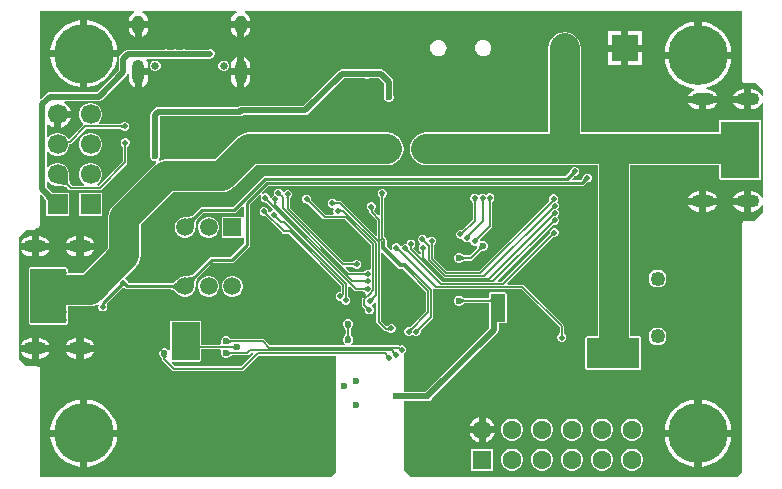
<source format=gbl>
G04*
G04 #@! TF.GenerationSoftware,Altium Limited,Altium Designer,22.2.1 (43)*
G04*
G04 Layer_Physical_Order=2*
G04 Layer_Color=16711680*
%FSLAX25Y25*%
%MOIN*%
G70*
G04*
G04 #@! TF.SameCoordinates,8776665F-13AD-43F5-9AD3-E0C3E71DBBC6*
G04*
G04*
G04 #@! TF.FilePolarity,Positive*
G04*
G01*
G75*
%ADD10C,0.01000*%
%ADD17C,0.00500*%
%ADD97C,0.02000*%
%ADD99C,0.00700*%
%ADD109R,0.17500X0.10000*%
%ADD112R,0.13000X0.19000*%
%ADD118C,0.05906*%
%ADD119R,0.05906X0.05906*%
%ADD120O,0.07480X0.04330*%
%ADD121R,0.06693X0.06693*%
%ADD122C,0.06693*%
%ADD123R,0.06299X0.06299*%
%ADD124C,0.06299*%
%ADD125C,0.20000*%
%ADD126C,0.02559*%
%ADD127O,0.03937X0.06299*%
%ADD128O,0.03937X0.08268*%
%ADD129C,0.04921*%
%ADD130R,0.09055X0.09055*%
%ADD131C,0.09055*%
%ADD132C,0.01968*%
%ADD133C,0.02362*%
%ADD134C,0.02400*%
%ADD135R,0.05500X0.06200*%
%ADD136C,0.09843*%
%ADD137R,0.09300X0.12600*%
%ADD138R,0.04900X0.09300*%
%ADD139R,0.11900X0.18000*%
G36*
X235201Y133500D02*
X235279Y133110D01*
X235500Y132779D01*
X235830Y132558D01*
X236221Y132480D01*
X239798D01*
X242200Y130078D01*
Y128261D01*
X241700Y128161D01*
X241478Y128698D01*
X240942Y129396D01*
X240243Y129933D01*
X239428Y130270D01*
X238555Y130385D01*
X238161D01*
Y127010D01*
Y123635D01*
X238555D01*
X239428Y123750D01*
X240243Y124087D01*
X240942Y124624D01*
X241478Y125322D01*
X241700Y125859D01*
X242200Y125759D01*
Y94240D01*
X241700Y94141D01*
X241478Y94678D01*
X240942Y95376D01*
X240243Y95913D01*
X239428Y96250D01*
X238555Y96365D01*
X238161D01*
Y92990D01*
Y89615D01*
X238555D01*
X239428Y89730D01*
X240243Y90067D01*
X240942Y90604D01*
X241478Y91303D01*
X241700Y91839D01*
X242200Y91739D01*
Y89400D01*
X239400Y86600D01*
X235500D01*
X235500Y86600D01*
X235436Y86126D01*
X235279Y85890D01*
X235201Y85500D01*
Y2801D01*
X233420Y1020D01*
X124880D01*
X122600Y3300D01*
Y26471D01*
X129599D01*
X129966Y26319D01*
X130634D01*
X131252Y26575D01*
X131725Y27048D01*
X131877Y27414D01*
X153581Y49119D01*
X153913Y49615D01*
X154029Y50200D01*
Y52359D01*
X156200D01*
X156583Y52517D01*
X156741Y52900D01*
Y62200D01*
X156583Y62583D01*
X156200Y62741D01*
X151300D01*
X150917Y62583D01*
X150759Y62200D01*
Y60767D01*
X142813D01*
X142761Y60791D01*
X142682Y60794D01*
X142627Y60802D01*
X142573Y60814D01*
X142517Y60833D01*
X142459Y60858D01*
X142399Y60890D01*
X142336Y60930D01*
X142270Y60979D01*
X142201Y61037D01*
X142119Y61117D01*
X142023Y61154D01*
X141852Y61325D01*
X141234Y61581D01*
X140566D01*
X139948Y61325D01*
X139475Y60852D01*
X139219Y60234D01*
Y59566D01*
X139475Y58948D01*
X139948Y58475D01*
X140566Y58219D01*
X141234D01*
X141852Y58475D01*
X142023Y58646D01*
X142119Y58683D01*
X142201Y58763D01*
X142270Y58821D01*
X142336Y58870D01*
X142399Y58910D01*
X142460Y58942D01*
X142517Y58967D01*
X142573Y58986D01*
X142627Y58998D01*
X142682Y59006D01*
X142761Y59009D01*
X142813Y59033D01*
X150759D01*
Y52900D01*
X150917Y52517D01*
X150971Y52495D01*
Y50833D01*
X129714Y29577D01*
X129599Y29529D01*
X122600D01*
Y42301D01*
X122958Y42659D01*
X123184Y43205D01*
Y43795D01*
X122958Y44341D01*
X122541Y44758D01*
X121995Y44984D01*
X121405D01*
X121062Y44842D01*
X120966Y44906D01*
X120673Y44965D01*
X104927D01*
X104828Y45465D01*
X104852Y45475D01*
X105325Y45948D01*
X105581Y46566D01*
Y47234D01*
X105325Y47852D01*
X105108Y48069D01*
X105065Y48169D01*
X104984Y48246D01*
X104926Y48309D01*
X104877Y48371D01*
X104838Y48429D01*
X104806Y48485D01*
X104782Y48539D01*
X104764Y48592D01*
X104752Y48643D01*
X104744Y48696D01*
X104741Y48776D01*
X104717Y48827D01*
Y50305D01*
X104741Y50356D01*
X104744Y50436D01*
X104752Y50491D01*
X104764Y50548D01*
X104783Y50607D01*
X104808Y50668D01*
X104841Y50733D01*
X104881Y50801D01*
X104931Y50872D01*
X104989Y50946D01*
X105066Y51033D01*
X105096Y51119D01*
X105225Y51248D01*
X105481Y51866D01*
Y52534D01*
X105225Y53152D01*
X104752Y53625D01*
X104134Y53881D01*
X103466D01*
X102848Y53625D01*
X102375Y53152D01*
X102119Y52534D01*
Y51866D01*
X102375Y51248D01*
X102592Y51031D01*
X102635Y50931D01*
X102716Y50854D01*
X102774Y50791D01*
X102823Y50730D01*
X102862Y50671D01*
X102893Y50615D01*
X102918Y50561D01*
X102936Y50508D01*
X102948Y50457D01*
X102956Y50404D01*
X102959Y50324D01*
X102983Y50273D01*
Y48795D01*
X102959Y48744D01*
X102956Y48665D01*
X102948Y48609D01*
X102936Y48552D01*
X102917Y48493D01*
X102892Y48432D01*
X102859Y48367D01*
X102819Y48299D01*
X102769Y48228D01*
X102711Y48154D01*
X102634Y48067D01*
X102604Y47981D01*
X102475Y47852D01*
X102219Y47234D01*
Y46566D01*
X102475Y45948D01*
X102948Y45475D01*
X102972Y45465D01*
X102873Y44965D01*
X77843D01*
X75967Y46841D01*
X75719Y47006D01*
X75426Y47065D01*
X65049D01*
X64997Y47090D01*
X64937Y47094D01*
X64904Y47100D01*
X64861Y47113D01*
X64809Y47134D01*
X64747Y47166D01*
X64677Y47209D01*
X64605Y47260D01*
X64420Y47417D01*
X64322Y47513D01*
X64225Y47553D01*
X64052Y47725D01*
X63434Y47981D01*
X62766D01*
X62148Y47725D01*
X61675Y47252D01*
X61419Y46634D01*
Y45966D01*
X61544Y45665D01*
X61209Y45165D01*
X54841D01*
Y52700D01*
X54683Y53083D01*
X54300Y53241D01*
X45000D01*
X44617Y53083D01*
X44459Y52700D01*
Y43472D01*
X44272Y43378D01*
X43959Y43319D01*
X43552Y43725D01*
X42934Y43981D01*
X42266D01*
X41648Y43725D01*
X41175Y43252D01*
X40919Y42634D01*
Y41966D01*
X41175Y41348D01*
X41343Y41179D01*
X41378Y41087D01*
X41572Y40880D01*
X41636Y40800D01*
X41691Y40723D01*
X41734Y40653D01*
X41766Y40591D01*
X41787Y40539D01*
X41800Y40496D01*
X41806Y40463D01*
X41810Y40403D01*
X41852Y40318D01*
X41894Y40107D01*
X42059Y39859D01*
X45259Y36659D01*
X45507Y36494D01*
X45800Y36435D01*
X45800Y36435D01*
X68597D01*
X68889Y36494D01*
X69137Y36659D01*
X74013Y41535D01*
X99900D01*
Y2700D01*
X98220Y1020D01*
X1180D01*
X1020Y1180D01*
Y37000D01*
X1000Y37099D01*
Y37800D01*
X603D01*
X390Y37942D01*
X0Y38020D01*
X-3578D01*
X-5980Y40422D01*
Y81120D01*
X-3600Y83500D01*
X-600D01*
X-120Y83980D01*
X0D01*
X390Y84058D01*
X721Y84279D01*
X942Y84610D01*
X1020Y85000D01*
Y95164D01*
X1481Y95356D01*
X1845Y94992D01*
X1855Y94966D01*
X2579Y94187D01*
X2840Y93862D01*
X3043Y93570D01*
X3153Y93379D01*
Y92548D01*
X3136Y92506D01*
X3153Y92465D01*
Y92464D01*
X3143Y92421D01*
X3153Y92404D01*
Y88153D01*
X10847D01*
Y95846D01*
X6596D01*
X6579Y95857D01*
X6536Y95846D01*
X6536D01*
X6494Y95864D01*
X6452Y95846D01*
X5621D01*
X5430Y95957D01*
X5144Y96156D01*
X4440Y96753D01*
X4042Y97138D01*
X4014Y97149D01*
X3423Y97740D01*
Y99537D01*
X3797Y99637D01*
X3923Y99637D01*
X4638Y98922D01*
X5515Y98416D01*
X6494Y98154D01*
X6931D01*
X7026Y98113D01*
X8089Y98098D01*
X8952Y98032D01*
X9299Y97982D01*
X9598Y97922D01*
X9841Y97853D01*
X10026Y97781D01*
X10150Y97713D01*
X10264Y97622D01*
X10310Y97608D01*
X10959Y96959D01*
X11207Y96794D01*
X11500Y96735D01*
X21000D01*
X21293Y96794D01*
X21541Y96959D01*
X30041Y105459D01*
X30041Y105459D01*
X30207Y105707D01*
X30265Y106000D01*
X30265Y106000D01*
Y110975D01*
X30290Y111029D01*
X30293Y111082D01*
X30298Y111110D01*
X30306Y111142D01*
X30320Y111179D01*
X30340Y111222D01*
X30368Y111270D01*
X30404Y111323D01*
X30449Y111382D01*
X30504Y111444D01*
X30577Y111520D01*
X30615Y111616D01*
X30758Y111759D01*
X30984Y112305D01*
Y112895D01*
X30758Y113441D01*
X30341Y113858D01*
X29795Y114084D01*
X29205D01*
X28659Y113858D01*
X28242Y113441D01*
X28016Y112895D01*
Y112305D01*
X28242Y111759D01*
X28385Y111616D01*
X28423Y111520D01*
X28496Y111444D01*
X28551Y111382D01*
X28596Y111323D01*
X28632Y111270D01*
X28660Y111222D01*
X28680Y111179D01*
X28694Y111142D01*
X28702Y111110D01*
X28707Y111082D01*
X28710Y111029D01*
X28735Y110975D01*
Y106317D01*
X20690Y98271D01*
X20245Y98319D01*
X20108Y98775D01*
X20362Y98922D01*
X21078Y99638D01*
X21584Y100515D01*
X21846Y101494D01*
Y102506D01*
X21584Y103485D01*
X21078Y104362D01*
X20362Y105078D01*
X19485Y105584D01*
X18506Y105847D01*
X17494D01*
X16515Y105584D01*
X15638Y105078D01*
X14922Y104362D01*
X14416Y103485D01*
X14154Y102506D01*
Y101494D01*
X14416Y100515D01*
X14922Y99638D01*
X15638Y98922D01*
X15911Y98765D01*
X15777Y98265D01*
X11817D01*
X11392Y98690D01*
X11378Y98736D01*
X11287Y98850D01*
X11219Y98974D01*
X11147Y99159D01*
X11078Y99402D01*
X11018Y99701D01*
X10969Y100043D01*
X10888Y101420D01*
X10887Y101967D01*
X10847Y102066D01*
Y102506D01*
X10584Y103485D01*
X10078Y104362D01*
X9362Y105078D01*
X8485Y105584D01*
X7506Y105847D01*
X6494D01*
X5515Y105584D01*
X4638Y105078D01*
X3923Y104363D01*
X3797Y104363D01*
X3423Y104463D01*
Y109537D01*
X3797Y109637D01*
X3923Y109637D01*
X4638Y108922D01*
X5515Y108416D01*
X6494Y108153D01*
X7506D01*
X8485Y108416D01*
X9362Y108922D01*
X10078Y109638D01*
X10584Y110515D01*
X10847Y111494D01*
Y111685D01*
X10879Y111743D01*
X10891Y111854D01*
X10904Y111914D01*
X10918Y111950D01*
X10928Y111967D01*
X10933Y111973D01*
X10937Y111976D01*
X10948Y111982D01*
X10975Y111992D01*
X11024Y112001D01*
X11126Y112006D01*
X11238Y112060D01*
X11389Y112090D01*
X11637Y112256D01*
X16617Y117235D01*
X27775D01*
X27829Y117210D01*
X27882Y117207D01*
X27910Y117202D01*
X27942Y117194D01*
X27979Y117180D01*
X28022Y117160D01*
X28070Y117132D01*
X28123Y117096D01*
X28182Y117051D01*
X28244Y116996D01*
X28320Y116923D01*
X28416Y116885D01*
X28559Y116742D01*
X29105Y116516D01*
X29695D01*
X30241Y116742D01*
X30658Y117159D01*
X30884Y117705D01*
Y118295D01*
X30658Y118841D01*
X30241Y119258D01*
X29695Y119484D01*
X29105D01*
X28559Y119258D01*
X28416Y119115D01*
X28320Y119077D01*
X28244Y119004D01*
X28182Y118949D01*
X28123Y118904D01*
X28070Y118868D01*
X28022Y118840D01*
X27979Y118820D01*
X27942Y118806D01*
X27910Y118798D01*
X27882Y118793D01*
X27829Y118790D01*
X27775Y118765D01*
X20911D01*
X20704Y119265D01*
X21078Y119638D01*
X21584Y120515D01*
X21846Y121494D01*
Y122506D01*
X21584Y123485D01*
X21078Y124362D01*
X20362Y125078D01*
X19485Y125584D01*
X18506Y125847D01*
X17494D01*
X16515Y125584D01*
X15638Y125078D01*
X14922Y124362D01*
X14416Y123485D01*
X14154Y122506D01*
Y121494D01*
X14416Y120515D01*
X14922Y119638D01*
X15555Y119006D01*
X15595Y118914D01*
X15618Y118682D01*
X15591Y118372D01*
X10876Y113658D01*
X10436Y113859D01*
X10392Y113913D01*
X10322Y114019D01*
X10247Y114069D01*
X10078Y114362D01*
X9362Y115078D01*
X8485Y115584D01*
X7506Y115847D01*
X6494D01*
X5515Y115584D01*
X4638Y115078D01*
X3923Y114363D01*
X3797Y114363D01*
X3423Y114463D01*
Y118521D01*
X3885Y118712D01*
X4220Y118377D01*
X5252Y117781D01*
X5819Y117629D01*
Y122000D01*
X7000D01*
Y123181D01*
X11371D01*
X11219Y123748D01*
X10623Y124780D01*
X9780Y125623D01*
X9264Y125921D01*
X9398Y126421D01*
X20650D01*
X21235Y126537D01*
X21731Y126869D01*
X29981Y135119D01*
X30296Y135589D01*
X30333Y135595D01*
X30796Y135386D01*
Y134008D01*
X30904Y133186D01*
X31221Y132420D01*
X31726Y131762D01*
X32384Y131257D01*
X32791Y131088D01*
Y136173D01*
X33972D01*
Y137354D01*
X37149D01*
Y138339D01*
X37041Y139161D01*
X36724Y139927D01*
X36574Y140122D01*
X36795Y140571D01*
X57900D01*
X58485Y140687D01*
X58981Y141019D01*
X59313Y141515D01*
X59429Y142100D01*
X59384Y142327D01*
Y142507D01*
X59316Y142673D01*
X59313Y142685D01*
X59306Y142696D01*
X59158Y143052D01*
X58741Y143470D01*
X58195Y143696D01*
X57605D01*
X57445Y143629D01*
X55410D01*
X55250Y143696D01*
X54659D01*
X54500Y143629D01*
X52464D01*
X52305Y143696D01*
X51714D01*
X51554Y143629D01*
X49519D01*
X49359Y143696D01*
X48769D01*
X48609Y143629D01*
X46574D01*
X46414Y143696D01*
X45823D01*
X45663Y143629D01*
X43628D01*
X43468Y143696D01*
X42878D01*
X42718Y143629D01*
X30400D01*
X29815Y143513D01*
X29319Y143181D01*
X27819Y141681D01*
X27487Y141185D01*
X27371Y140600D01*
Y136834D01*
X20017Y129479D01*
X4450D01*
X3865Y129363D01*
X3368Y129031D01*
X1481Y127144D01*
X1020Y127336D01*
Y156461D01*
X32543D01*
X32643Y155961D01*
X32384Y155853D01*
X31726Y155349D01*
X31221Y154691D01*
X30904Y153925D01*
X30796Y153102D01*
D01*
X33972D01*
X37149D01*
X37041Y153925D01*
X36724Y154691D01*
X36219Y155349D01*
X35561Y155853D01*
X35302Y155961D01*
X35401Y156461D01*
X66598D01*
X66698Y155961D01*
X66439Y155853D01*
X65781Y155349D01*
X65276Y154691D01*
X64959Y153925D01*
X64851Y153102D01*
D01*
X68028D01*
X71204D01*
X71096Y153925D01*
X70779Y154691D01*
X70274Y155349D01*
X69616Y155853D01*
X69357Y155961D01*
X69457Y156461D01*
X235201D01*
Y133500D01*
D02*
G37*
G36*
X28697Y117311D02*
X28611Y117394D01*
X28526Y117469D01*
X28441Y117535D01*
X28356Y117592D01*
X28272Y117640D01*
X28188Y117680D01*
X28105Y117710D01*
X28022Y117732D01*
X27940Y117746D01*
X27858Y117750D01*
Y118250D01*
X27940Y118254D01*
X28022Y118268D01*
X28105Y118289D01*
X28188Y118320D01*
X28272Y118360D01*
X28356Y118408D01*
X28441Y118465D01*
X28526Y118531D01*
X28611Y118606D01*
X28697Y118689D01*
Y117311D01*
D02*
G37*
G36*
X9956Y113592D02*
X10049Y113477D01*
X10150Y113376D01*
X10261Y113289D01*
X10379Y113215D01*
X10506Y113154D01*
X10641Y113107D01*
X10784Y113073D01*
X10936Y113053D01*
X11096Y113047D01*
Y112547D01*
X10961Y112539D01*
X10838Y112517D01*
X10729Y112479D01*
X10634Y112427D01*
X10552Y112360D01*
X10483Y112278D01*
X10427Y112182D01*
X10385Y112070D01*
X10356Y111944D01*
X10341Y111802D01*
X9871Y113720D01*
X9956Y113592D01*
D02*
G37*
G36*
X30106Y111811D02*
X30031Y111726D01*
X29965Y111641D01*
X29908Y111556D01*
X29860Y111472D01*
X29820Y111388D01*
X29790Y111305D01*
X29768Y111222D01*
X29754Y111140D01*
X29750Y111057D01*
X29250D01*
X29246Y111140D01*
X29232Y111222D01*
X29210Y111305D01*
X29180Y111388D01*
X29140Y111472D01*
X29092Y111556D01*
X29035Y111641D01*
X28969Y111726D01*
X28894Y111811D01*
X28811Y111897D01*
X30189D01*
X30106Y111811D01*
D02*
G37*
G36*
X10347Y101403D02*
X10430Y99989D01*
X10484Y99609D01*
X10552Y99275D01*
X10633Y98987D01*
X10727Y98745D01*
X10835Y98548D01*
X10956Y98397D01*
X10603Y98044D01*
X10452Y98165D01*
X10255Y98273D01*
X10013Y98367D01*
X9725Y98448D01*
X9391Y98516D01*
X9011Y98570D01*
X8114Y98639D01*
X7034Y98654D01*
X10346Y101967D01*
X10347Y101403D01*
D02*
G37*
G36*
X4077Y96351D02*
X4814Y95727D01*
X5139Y95499D01*
X5436Y95328D01*
X5705Y95214D01*
X5945Y95156D01*
X6157Y95155D01*
X6340Y95210D01*
X6494Y95323D01*
X3678Y92506D01*
X3790Y92660D01*
X3845Y92844D01*
X3844Y93055D01*
X3786Y93295D01*
X3672Y93564D01*
X3501Y93861D01*
X3273Y94186D01*
X2989Y94541D01*
X2251Y95335D01*
X3666Y96749D01*
X4077Y96351D01*
D02*
G37*
G36*
X152737Y59815D02*
X153479Y60300D01*
X153480Y60290D01*
X153486Y60282D01*
X153497Y60274D01*
X153512Y60268D01*
X153532Y60262D01*
X153556Y60258D01*
X153585Y60255D01*
X153657Y60251D01*
X153700Y60250D01*
X153587Y59550D01*
X153062Y59592D01*
X152737Y59815D01*
X152199Y59463D01*
X152142Y59479D01*
X152014Y59507D01*
X151943Y59519D01*
X151514Y59549D01*
X151413Y59550D01*
X150937Y60250D01*
X151035Y60254D01*
X151125Y60265D01*
X151207Y60285D01*
X151280Y60312D01*
X151345Y60347D01*
X151401Y60389D01*
X151450Y60439D01*
X151490Y60497D01*
X151521Y60563D01*
X151545Y60636D01*
X152737Y59815D01*
D02*
G37*
G36*
X141838Y60636D02*
X141933Y60555D01*
X142029Y60484D01*
X142127Y60422D01*
X142226Y60369D01*
X142325Y60326D01*
X142426Y60293D01*
X142529Y60269D01*
X142632Y60255D01*
X142737Y60250D01*
Y59550D01*
X142632Y59545D01*
X142529Y59531D01*
X142426Y59507D01*
X142325Y59474D01*
X142226Y59431D01*
X142127Y59378D01*
X142029Y59316D01*
X141933Y59245D01*
X141838Y59164D01*
X141744Y59073D01*
Y60727D01*
X141838Y60636D01*
D02*
G37*
G36*
X104574Y51293D02*
X104496Y51194D01*
X104426Y51094D01*
X104366Y50994D01*
X104315Y50893D01*
X104274Y50791D01*
X104242Y50689D01*
X104218Y50587D01*
X104205Y50484D01*
X104200Y50380D01*
X103500Y50349D01*
X103495Y50454D01*
X103480Y50558D01*
X103456Y50660D01*
X103422Y50760D01*
X103377Y50858D01*
X103323Y50955D01*
X103260Y51049D01*
X103186Y51142D01*
X103103Y51233D01*
X103010Y51322D01*
X104662Y51392D01*
X104574Y51293D01*
D02*
G37*
G36*
X104205Y48646D02*
X104220Y48542D01*
X104244Y48440D01*
X104278Y48340D01*
X104323Y48242D01*
X104376Y48145D01*
X104440Y48051D01*
X104514Y47958D01*
X104597Y47867D01*
X104690Y47778D01*
X103038Y47708D01*
X103126Y47807D01*
X103205Y47906D01*
X103274Y48006D01*
X103334Y48106D01*
X103385Y48207D01*
X103426Y48309D01*
X103458Y48411D01*
X103481Y48513D01*
X103495Y48616D01*
X103500Y48720D01*
X104200Y48751D01*
X104205Y48646D01*
D02*
G37*
G36*
X64055Y47017D02*
X64273Y46833D01*
X64378Y46758D01*
X64481Y46694D01*
X64582Y46642D01*
X64680Y46602D01*
X64777Y46573D01*
X64871Y46556D01*
X64963Y46550D01*
Y46050D01*
X64871Y46044D01*
X64777Y46027D01*
X64680Y45998D01*
X64582Y45958D01*
X64481Y45906D01*
X64378Y45842D01*
X64273Y45767D01*
X64165Y45681D01*
X63943Y45473D01*
Y47127D01*
X64055Y47017D01*
D02*
G37*
G36*
X52686Y46470D02*
X52694Y46357D01*
X52707Y46251D01*
X52727Y46150D01*
X52752Y46057D01*
X52783Y45970D01*
X52820Y45889D01*
X52864Y45815D01*
X52913Y45747D01*
X52968Y45686D01*
X52614Y45333D01*
X52553Y45387D01*
X52485Y45436D01*
X52411Y45480D01*
X52330Y45517D01*
X52243Y45548D01*
X52149Y45573D01*
X52049Y45593D01*
X51943Y45606D01*
X51829Y45614D01*
X51710Y45616D01*
X52684Y46590D01*
X52686Y46470D01*
D02*
G37*
G36*
X120882Y44346D02*
X120964Y44277D01*
X120986Y44262D01*
X121006Y44251D01*
X121024Y44245D01*
X121040Y44243D01*
X121053Y44245D01*
X121063Y44251D01*
X120741Y43724D01*
X120741Y43734D01*
X120735Y43750D01*
X120724Y43769D01*
X120707Y43793D01*
X120685Y43821D01*
X120588Y43929D01*
X120496Y44023D01*
X120850Y44377D01*
X120882Y44346D01*
D02*
G37*
G36*
X65956Y43573D02*
X65845Y43683D01*
X65627Y43867D01*
X65522Y43942D01*
X65419Y44006D01*
X65318Y44058D01*
X65219Y44098D01*
X65123Y44127D01*
X65029Y44144D01*
X64937Y44150D01*
Y44650D01*
X65029Y44656D01*
X65123Y44673D01*
X65219Y44702D01*
X65318Y44742D01*
X65419Y44794D01*
X65522Y44858D01*
X65627Y44933D01*
X65735Y45019D01*
X65956Y45227D01*
Y43573D01*
D02*
G37*
G36*
X118947Y43113D02*
X119015Y43064D01*
X119089Y43020D01*
X119170Y42983D01*
X119257Y42952D01*
X119351Y42927D01*
X119451Y42907D01*
X119557Y42894D01*
X119670Y42886D01*
X119790Y42884D01*
X118816Y41910D01*
X118814Y42030D01*
X118806Y42143D01*
X118793Y42249D01*
X118773Y42349D01*
X118748Y42443D01*
X118717Y42530D01*
X118680Y42611D01*
X118636Y42685D01*
X118587Y42753D01*
X118533Y42814D01*
X118886Y43167D01*
X118947Y43113D01*
D02*
G37*
G36*
X64055Y43117D02*
X64273Y42933D01*
X64378Y42858D01*
X64481Y42794D01*
X64582Y42742D01*
X64680Y42702D01*
X64777Y42673D01*
X64871Y42656D01*
X64963Y42650D01*
Y42150D01*
X64871Y42144D01*
X64777Y42127D01*
X64680Y42098D01*
X64582Y42058D01*
X64481Y42006D01*
X64378Y41942D01*
X64273Y41867D01*
X64165Y41781D01*
X63943Y41573D01*
Y43227D01*
X64055Y43117D01*
D02*
G37*
G36*
X116647Y42113D02*
X116715Y42064D01*
X116789Y42020D01*
X116870Y41983D01*
X116957Y41952D01*
X117051Y41927D01*
X117151Y41907D01*
X117257Y41894D01*
X117370Y41886D01*
X117490Y41884D01*
X116516Y40910D01*
X116514Y41030D01*
X116506Y41143D01*
X116493Y41249D01*
X116473Y41350D01*
X116448Y41443D01*
X116417Y41530D01*
X116380Y41611D01*
X116336Y41685D01*
X116287Y41753D01*
X116233Y41814D01*
X116586Y42167D01*
X116647Y42113D01*
D02*
G37*
G36*
X43317Y41345D02*
X43133Y41127D01*
X43058Y41022D01*
X42994Y40919D01*
X42942Y40818D01*
X42902Y40720D01*
X42873Y40623D01*
X42856Y40529D01*
X42850Y40437D01*
X42350D01*
X42344Y40529D01*
X42327Y40623D01*
X42298Y40720D01*
X42258Y40818D01*
X42206Y40919D01*
X42142Y41022D01*
X42067Y41127D01*
X41981Y41235D01*
X41773Y41456D01*
X43427D01*
X43317Y41345D01*
D02*
G37*
G36*
X61585Y43135D02*
X61419Y42734D01*
Y42066D01*
X61675Y41448D01*
X62148Y40975D01*
X62766Y40719D01*
X63434D01*
X64052Y40975D01*
X64221Y41143D01*
X64313Y41178D01*
X64520Y41372D01*
X64600Y41436D01*
X64677Y41491D01*
X64747Y41534D01*
X64809Y41566D01*
X64861Y41587D01*
X64904Y41600D01*
X64937Y41606D01*
X64997Y41610D01*
X65049Y41635D01*
X70112D01*
X70405Y41693D01*
X70653Y41859D01*
X71335Y42542D01*
X72203D01*
X72395Y42080D01*
X68280Y37965D01*
X46117D01*
X45023Y39059D01*
X45230Y39559D01*
X54300D01*
X54683Y39717D01*
X54841Y40100D01*
Y43635D01*
X61305D01*
X61585Y43135D01*
D02*
G37*
%LPC*%
G36*
X71204Y150740D02*
X69209D01*
Y147820D01*
X69616Y147989D01*
X70274Y148494D01*
X70779Y149152D01*
X71096Y149918D01*
X71204Y150740D01*
D01*
D02*
G37*
G36*
X37149D02*
X35153D01*
Y147820D01*
X35561Y147989D01*
X36219Y148494D01*
X36724Y149152D01*
X37041Y149918D01*
X37149Y150740D01*
D01*
D02*
G37*
G36*
X66847D02*
X64851D01*
X64959Y149918D01*
X65276Y149152D01*
X65781Y148494D01*
X66439Y147989D01*
X66847Y147820D01*
Y150740D01*
D02*
G37*
G36*
X32791D02*
X30796D01*
X30904Y149918D01*
X31221Y149152D01*
X31726Y148494D01*
X32384Y147989D01*
X32791Y147820D01*
Y150740D01*
D02*
G37*
G36*
X201809Y149809D02*
X197281D01*
Y145281D01*
X201809D01*
Y149809D01*
D02*
G37*
G36*
X194919D02*
X190391D01*
Y145281D01*
X194919D01*
Y149809D01*
D02*
G37*
G36*
X16929Y153385D02*
Y143433D01*
X26881D01*
X26654Y144870D01*
X26110Y146544D01*
X25311Y148112D01*
X24276Y149536D01*
X23032Y150780D01*
X21608Y151815D01*
X20040Y152614D01*
X18366Y153158D01*
X16929Y153385D01*
D02*
G37*
G36*
X14567D02*
X13130Y153158D01*
X11456Y152614D01*
X9888Y151815D01*
X8464Y150780D01*
X7220Y149536D01*
X6185Y148112D01*
X5386Y146544D01*
X4842Y144870D01*
X4615Y143433D01*
X14567D01*
Y153385D01*
D02*
G37*
G36*
X221654Y152866D02*
Y142913D01*
X231606D01*
X231378Y144351D01*
X230834Y146024D01*
X230035Y147592D01*
X229001Y149016D01*
X227756Y150261D01*
X226333Y151295D01*
X224764Y152094D01*
X223091Y152638D01*
X221654Y152866D01*
D02*
G37*
G36*
X219291D02*
X217854Y152638D01*
X216180Y152094D01*
X214612Y151295D01*
X213189Y150261D01*
X211944Y149016D01*
X210910Y147592D01*
X210110Y146024D01*
X209567Y144351D01*
X209339Y142913D01*
X219291D01*
Y152866D01*
D02*
G37*
G36*
X149348Y146884D02*
X148486D01*
X148387Y146842D01*
X148279D01*
X147483Y146513D01*
X147407Y146437D01*
X147308Y146395D01*
X146699Y145786D01*
X146657Y145687D01*
X146581Y145611D01*
X146252Y144815D01*
Y144707D01*
X146210Y144608D01*
Y143746D01*
X146252Y143647D01*
Y143539D01*
X146581Y142743D01*
X146657Y142667D01*
X146699Y142568D01*
X147308Y141959D01*
X147407Y141917D01*
X147483Y141841D01*
X148279Y141512D01*
X148387D01*
X148486Y141470D01*
X149348D01*
X149447Y141512D01*
X149555D01*
X150351Y141841D01*
X150427Y141917D01*
X150526Y141959D01*
X151135Y142568D01*
X151177Y142667D01*
X151253Y142743D01*
X151582Y143539D01*
Y143647D01*
X151624Y143746D01*
Y144608D01*
X151582Y144707D01*
Y144815D01*
X151253Y145611D01*
X151177Y145687D01*
X151135Y145786D01*
X150526Y146395D01*
X150427Y146437D01*
X150351Y146513D01*
X149555Y146842D01*
X149447D01*
X149348Y146884D01*
D02*
G37*
G36*
X134388D02*
X133526D01*
X133427Y146842D01*
X133319D01*
X132523Y146513D01*
X132447Y146437D01*
X132348Y146395D01*
X131739Y145786D01*
X131697Y145687D01*
X131621Y145611D01*
X131292Y144815D01*
Y144707D01*
X131250Y144608D01*
Y143746D01*
X131292Y143647D01*
Y143539D01*
X131621Y142743D01*
X131697Y142667D01*
X131739Y142568D01*
X132348Y141959D01*
X132447Y141917D01*
X132523Y141841D01*
X133319Y141512D01*
X133427D01*
X133526Y141470D01*
X134388D01*
X134487Y141512D01*
X134595D01*
X135391Y141841D01*
X135467Y141917D01*
X135566Y141959D01*
X136175Y142568D01*
X136217Y142667D01*
X136293Y142743D01*
X136622Y143539D01*
Y143647D01*
X136664Y143746D01*
Y144608D01*
X136622Y144707D01*
Y144815D01*
X136293Y145611D01*
X136217Y145687D01*
X136175Y145786D01*
X135566Y146395D01*
X135467Y146437D01*
X135391Y146513D01*
X134595Y146842D01*
X134487D01*
X134388Y146884D01*
D02*
G37*
G36*
X201809Y142919D02*
X197281D01*
Y138391D01*
X201809D01*
Y142919D01*
D02*
G37*
G36*
X194919D02*
X190391D01*
Y138391D01*
X194919D01*
Y142919D01*
D02*
G37*
G36*
X69209Y141259D02*
Y137354D01*
X71204D01*
Y138339D01*
X71096Y139161D01*
X70779Y139927D01*
X70274Y140585D01*
X69616Y141090D01*
X69209Y141259D01*
D02*
G37*
G36*
X66847Y141259D02*
X66439Y141090D01*
X65781Y140585D01*
X65276Y139927D01*
X64959Y139161D01*
X64851Y138339D01*
Y137354D01*
X66847D01*
Y141259D01*
D02*
G37*
G36*
X62732Y139921D02*
X62024D01*
X61370Y139650D01*
X60869Y139150D01*
X60598Y138496D01*
Y137788D01*
X60869Y137134D01*
X61370Y136633D01*
X62024Y136362D01*
X62732D01*
X63386Y136633D01*
X63887Y137134D01*
X64157Y137788D01*
Y138496D01*
X63887Y139150D01*
X63386Y139650D01*
X62732Y139921D01*
D02*
G37*
G36*
X39976D02*
X39268D01*
X38614Y139650D01*
X38113Y139150D01*
X37843Y138496D01*
Y137788D01*
X38113Y137134D01*
X38614Y136633D01*
X39268Y136362D01*
X39976D01*
X40630Y136633D01*
X41131Y137134D01*
X41402Y137788D01*
Y138496D01*
X41131Y139150D01*
X40630Y139650D01*
X39976Y139921D01*
D02*
G37*
G36*
X26881Y141071D02*
X16929D01*
Y131119D01*
X18366Y131346D01*
X20040Y131890D01*
X21608Y132689D01*
X23032Y133723D01*
X24276Y134968D01*
X25311Y136392D01*
X26110Y137960D01*
X26654Y139634D01*
X26881Y141071D01*
D02*
G37*
G36*
X14567D02*
X4615D01*
X4842Y139634D01*
X5386Y137960D01*
X6185Y136392D01*
X7220Y134968D01*
X8464Y133723D01*
X9888Y132689D01*
X11456Y131890D01*
X13130Y131346D01*
X14567Y131119D01*
Y141071D01*
D02*
G37*
G36*
X66847Y134992D02*
X64851D01*
Y134008D01*
X64959Y133186D01*
X65276Y132420D01*
X65781Y131762D01*
X66439Y131257D01*
X66847Y131088D01*
Y134992D01*
D02*
G37*
G36*
X71204D02*
X69209D01*
Y131088D01*
X69616Y131257D01*
X70274Y131762D01*
X70779Y132420D01*
X71096Y133186D01*
X71204Y134008D01*
Y134992D01*
D02*
G37*
G36*
X37149D02*
X35153D01*
Y131088D01*
X35561Y131257D01*
X36219Y131762D01*
X36724Y132420D01*
X37041Y133186D01*
X37149Y134008D01*
Y134992D01*
D02*
G37*
G36*
X235799Y130385D02*
X235405D01*
X234531Y130270D01*
X233717Y129933D01*
X233018Y129396D01*
X232482Y128698D01*
X232272Y128191D01*
X235799D01*
Y130385D01*
D02*
G37*
G36*
X231606Y140551D02*
X209339D01*
X209567Y139114D01*
X210110Y137440D01*
X210910Y135872D01*
X211944Y134448D01*
X213189Y133204D01*
X214612Y132169D01*
X216180Y131370D01*
X217854Y130826D01*
X219123Y130625D01*
X219184Y130110D01*
X218758Y129933D01*
X218058Y129396D01*
X217522Y128698D01*
X217312Y128191D01*
X222020D01*
X226728D01*
X226518Y128698D01*
X225981Y129396D01*
X225283Y129933D01*
X224468Y130270D01*
X223595Y130385D01*
X223350D01*
X223271Y130885D01*
X224764Y131370D01*
X226333Y132169D01*
X227756Y133204D01*
X229001Y134448D01*
X230035Y135872D01*
X230834Y137440D01*
X231378Y139114D01*
X231606Y140551D01*
D02*
G37*
G36*
X110434Y137181D02*
X109766D01*
X109399Y137029D01*
X101800D01*
X101215Y136913D01*
X100719Y136581D01*
X88967Y124829D01*
X68200D01*
X67941Y124778D01*
X67866D01*
X67796Y124749D01*
X67615Y124713D01*
X67461Y124610D01*
X67248Y124522D01*
X67155Y124429D01*
X40500D01*
X40273Y124384D01*
X40205D01*
X40142Y124358D01*
X39915Y124313D01*
X39722Y124184D01*
X39659Y124158D01*
X39611Y124110D01*
X39419Y123981D01*
X38419Y122981D01*
X38087Y122485D01*
X37971Y121900D01*
Y108701D01*
X37819Y108334D01*
Y107666D01*
X38075Y107048D01*
X38548Y106575D01*
X39166Y106319D01*
X39753D01*
X39903Y106089D01*
X39973Y105857D01*
X39334Y105367D01*
X25433Y91466D01*
X24565Y90334D01*
X24018Y89015D01*
X23832Y87600D01*
Y77365D01*
X15435Y68968D01*
X10484D01*
Y69295D01*
X10441Y69399D01*
Y70500D01*
X10283Y70883D01*
X9900Y71041D01*
X-2000D01*
X-2383Y70883D01*
X-2541Y70500D01*
Y52500D01*
X-2383Y52117D01*
X-2000Y51959D01*
X9900D01*
X10283Y52117D01*
X10441Y52500D01*
Y53101D01*
X10484Y53205D01*
Y53795D01*
X10441Y53899D01*
Y55684D01*
X10484Y55788D01*
Y56379D01*
X10441Y56482D01*
Y58032D01*
X17700D01*
X19115Y58218D01*
X20335Y58723D01*
X20597Y58542D01*
X20728Y58365D01*
X20616Y58095D01*
Y57505D01*
X20842Y56959D01*
X21259Y56542D01*
X21805Y56316D01*
X22395D01*
X22941Y56542D01*
X23358Y56959D01*
X23584Y57505D01*
Y58095D01*
X23358Y58641D01*
X23280Y58719D01*
Y58730D01*
X28561Y64011D01*
X28609Y64029D01*
X28747Y64157D01*
X28793Y64195D01*
X28837Y64227D01*
X28874Y64250D01*
X28900Y64264D01*
X28915Y64271D01*
X28928Y64271D01*
X28937Y64276D01*
X28945Y64277D01*
X28960Y64287D01*
X29010Y64311D01*
X29099D01*
X29100Y64311D01*
X29112Y64303D01*
X29122Y64301D01*
X29132Y64297D01*
X29143Y64296D01*
X29155Y64291D01*
X29182Y64276D01*
X29212Y64255D01*
X29322Y64165D01*
X29384Y64105D01*
X29434Y64086D01*
X29442Y64078D01*
X29470Y64039D01*
X29484Y64036D01*
X29584Y63937D01*
X29914Y63715D01*
X30305Y63638D01*
X44764D01*
X44804Y63618D01*
X44980Y63605D01*
X45136Y63572D01*
X45313Y63512D01*
X45510Y63423D01*
X45725Y63303D01*
X45957Y63150D01*
X46200Y62969D01*
X46747Y62491D01*
X47038Y62205D01*
X47135Y62165D01*
X47406Y61895D01*
X48193Y61440D01*
X49071Y61205D01*
X49981D01*
X50859Y61440D01*
X51646Y61895D01*
X52289Y62537D01*
X52743Y63325D01*
X52979Y64203D01*
Y64586D01*
X53020Y64683D01*
X53023Y65091D01*
X53072Y65815D01*
X53115Y66115D01*
X53171Y66387D01*
X53239Y66625D01*
X53315Y66827D01*
X53398Y66994D01*
X53485Y67127D01*
X53600Y67261D01*
X53614Y67304D01*
X58791Y72480D01*
X65100D01*
X65490Y72558D01*
X65821Y72779D01*
X70921Y77879D01*
X71142Y78210D01*
X71220Y78600D01*
Y92007D01*
X74575Y95362D01*
X74942Y95041D01*
X74716Y94495D01*
Y93905D01*
X74942Y93359D01*
X75359Y92942D01*
X75905Y92716D01*
X75949D01*
X75995Y92689D01*
X76102Y92673D01*
X76293Y92632D01*
X76361Y92612D01*
X76425Y92590D01*
X76479Y92567D01*
X76523Y92544D01*
X76557Y92523D01*
X76583Y92503D01*
X76622Y92468D01*
X76679Y92448D01*
X78690Y90437D01*
X78573Y89847D01*
X78359Y89758D01*
X77970Y89369D01*
X77567Y89381D01*
X77452Y89394D01*
X77319Y89543D01*
X77321Y89587D01*
X77284Y89693D01*
Y89995D01*
X77058Y90541D01*
X76641Y90958D01*
X76095Y91184D01*
X75505D01*
X74959Y90958D01*
X74542Y90541D01*
X74316Y89995D01*
Y89405D01*
X74542Y88859D01*
X74959Y88442D01*
X75505Y88216D01*
X75613D01*
X75679Y88180D01*
X75897Y88156D01*
X75970Y88143D01*
X76039Y88126D01*
X76099Y88107D01*
X76149Y88087D01*
X76189Y88068D01*
X76221Y88048D01*
X76245Y88030D01*
X76285Y87995D01*
X76341Y87975D01*
X81889Y82427D01*
X82137Y82262D01*
X82430Y82203D01*
X82430Y82203D01*
X84051D01*
X101376Y64879D01*
Y62929D01*
X100936D01*
X100390Y62703D01*
X99973Y62286D01*
X99747Y61740D01*
Y61150D01*
X99973Y60604D01*
X100390Y60186D01*
X100936Y59961D01*
X101526D01*
X101616Y59901D01*
Y59705D01*
X101842Y59159D01*
X102259Y58742D01*
X102805Y58516D01*
X103395D01*
X103941Y58742D01*
X104358Y59159D01*
X104584Y59705D01*
Y60295D01*
X104358Y60841D01*
X103941Y61258D01*
X103865Y61290D01*
Y64609D01*
X104327Y64800D01*
X105868Y63259D01*
X106116Y63094D01*
X106408Y63035D01*
X108775D01*
X108829Y63010D01*
X108882Y63007D01*
X108910Y63002D01*
X108942Y62994D01*
X108979Y62980D01*
X109022Y62960D01*
X109070Y62932D01*
X109123Y62896D01*
X109182Y62851D01*
X109244Y62796D01*
X109320Y62723D01*
X109416Y62685D01*
X109559Y62542D01*
X109627Y62514D01*
X109745Y61924D01*
X108759Y60939D01*
X108593Y60690D01*
X108535Y60398D01*
Y58400D01*
X108593Y58107D01*
X108759Y57859D01*
X109210Y57408D01*
X109230Y57352D01*
X109266Y57312D01*
X109282Y57290D01*
X109299Y57261D01*
X109315Y57225D01*
X109331Y57181D01*
X109346Y57127D01*
X109358Y57064D01*
X109368Y56990D01*
X109373Y56907D01*
X109375Y56802D01*
X109416Y56707D01*
Y56505D01*
X109642Y55959D01*
X110059Y55542D01*
X110605Y55316D01*
X111195D01*
X111741Y55542D01*
X112158Y55959D01*
X112384Y56505D01*
Y57095D01*
X112158Y57641D01*
X111828Y57971D01*
X111837Y58367D01*
X111890Y58538D01*
X112141Y58642D01*
X112558Y59059D01*
X112729Y59471D01*
X113229Y59372D01*
Y52898D01*
X113287Y52605D01*
X113453Y52357D01*
X115836Y49974D01*
X116084Y49808D01*
X116377Y49750D01*
X116628D01*
X116683Y49725D01*
X116735Y49722D01*
X116767Y49717D01*
X116808Y49708D01*
X116856Y49693D01*
X116911Y49671D01*
X116974Y49641D01*
X117038Y49607D01*
X117204Y49502D01*
X117293Y49438D01*
X117338Y49427D01*
X117359Y49406D01*
X117905Y49180D01*
X118495D01*
X119041Y49406D01*
X119458Y49823D01*
X119684Y50369D01*
Y50959D01*
X119458Y51505D01*
X119041Y51922D01*
X118495Y52148D01*
X117905D01*
X117359Y51922D01*
X117051Y51614D01*
X116971Y51568D01*
X116559Y51537D01*
X116419Y51554D01*
X114758Y53215D01*
Y75843D01*
X115220Y76034D01*
X120489Y70766D01*
X120489Y70766D01*
X120737Y70600D01*
X121030Y70542D01*
X122013D01*
X129742Y62813D01*
Y56323D01*
X124708Y51290D01*
X124652Y51270D01*
X124612Y51234D01*
X124590Y51218D01*
X124561Y51201D01*
X124525Y51185D01*
X124481Y51169D01*
X124427Y51154D01*
X124364Y51142D01*
X124290Y51133D01*
X124207Y51127D01*
X124102Y51125D01*
X124007Y51084D01*
X123805D01*
X123259Y50858D01*
X122842Y50441D01*
X122616Y49895D01*
Y49305D01*
X122842Y48759D01*
X123259Y48342D01*
X123805Y48116D01*
X124395D01*
X124941Y48342D01*
X125350Y48751D01*
X125759Y48342D01*
X126305Y48116D01*
X126895D01*
X127441Y48342D01*
X127858Y48759D01*
X128084Y49305D01*
Y49507D01*
X128125Y49602D01*
X128127Y49707D01*
X128132Y49790D01*
X128142Y49864D01*
X128154Y49927D01*
X128169Y49981D01*
X128185Y50025D01*
X128201Y50061D01*
X128218Y50090D01*
X128234Y50112D01*
X128270Y50152D01*
X128290Y50208D01*
X131941Y53859D01*
X131941Y53859D01*
X132106Y54107D01*
X132165Y54400D01*
X132165Y54400D01*
Y63500D01*
X132128Y63683D01*
X132488Y63960D01*
X132540Y63983D01*
X132776Y63825D01*
X133069Y63767D01*
X161552D01*
X174335Y50983D01*
Y49225D01*
X174310Y49171D01*
X174307Y49118D01*
X174302Y49090D01*
X174294Y49058D01*
X174280Y49021D01*
X174260Y48978D01*
X174232Y48930D01*
X174196Y48877D01*
X174151Y48818D01*
X174096Y48756D01*
X174023Y48680D01*
X173985Y48584D01*
X173842Y48441D01*
X173616Y47895D01*
Y47305D01*
X173842Y46759D01*
X174259Y46342D01*
X174805Y46116D01*
X175395D01*
X175941Y46342D01*
X176358Y46759D01*
X176584Y47305D01*
Y47895D01*
X176358Y48441D01*
X176216Y48584D01*
X176177Y48680D01*
X176104Y48756D01*
X176049Y48818D01*
X176004Y48877D01*
X175968Y48930D01*
X175940Y48978D01*
X175920Y49021D01*
X175906Y49058D01*
X175898Y49090D01*
X175893Y49118D01*
X175890Y49171D01*
X175865Y49225D01*
Y51300D01*
X175806Y51593D01*
X175641Y51841D01*
X162409Y65072D01*
X162161Y65238D01*
X161869Y65296D01*
X157031D01*
X156840Y65758D01*
X171992Y80910D01*
X172048Y80930D01*
X172088Y80966D01*
X172110Y80982D01*
X172139Y80999D01*
X172175Y81015D01*
X172219Y81031D01*
X172273Y81046D01*
X172336Y81058D01*
X172410Y81068D01*
X172493Y81073D01*
X172598Y81075D01*
X172693Y81116D01*
X172895D01*
X173441Y81342D01*
X173858Y81759D01*
X174084Y82305D01*
Y82895D01*
X173858Y83441D01*
X173441Y83858D01*
X172895Y84084D01*
X172305D01*
X171759Y83858D01*
X171342Y83441D01*
X171116Y82895D01*
Y82693D01*
X171075Y82598D01*
X171073Y82493D01*
X171068Y82410D01*
X171058Y82336D01*
X171046Y82273D01*
X171031Y82219D01*
X171015Y82175D01*
X170999Y82139D01*
X170982Y82110D01*
X170966Y82088D01*
X170930Y82048D01*
X170910Y81991D01*
X155108Y66190D01*
X153850D01*
X153659Y66652D01*
X172091Y85084D01*
X172148Y85104D01*
X172188Y85140D01*
X172210Y85157D01*
X172239Y85173D01*
X172275Y85190D01*
X172319Y85206D01*
X172373Y85220D01*
X172436Y85233D01*
X172510Y85242D01*
X172593Y85248D01*
X172698Y85249D01*
X172793Y85290D01*
X172995D01*
X173541Y85516D01*
X173958Y85934D01*
X174184Y86479D01*
Y87070D01*
X173958Y87615D01*
X173618Y87956D01*
X173958Y88296D01*
X174184Y88841D01*
Y89432D01*
X173958Y89977D01*
X173618Y90317D01*
X173959Y90658D01*
X174185Y91204D01*
Y91794D01*
X173959Y92340D01*
X173542Y92757D01*
X173705Y93231D01*
X173834Y93541D01*
Y94131D01*
X173608Y94677D01*
X173190Y95094D01*
X172645Y95320D01*
X172054D01*
X171509Y95094D01*
X171091Y94677D01*
X170865Y94131D01*
Y93541D01*
X171010Y93191D01*
X147583Y69765D01*
X136917D01*
X132465Y74217D01*
Y78510D01*
X132541Y78542D01*
X132958Y78959D01*
X133184Y79505D01*
Y80095D01*
X132958Y80641D01*
X132541Y81058D01*
X131995Y81284D01*
X131405D01*
X130859Y81058D01*
X130559Y80757D01*
X130512Y80751D01*
X130083Y80829D01*
X130014Y80866D01*
X129858Y81241D01*
X129441Y81658D01*
X128895Y81884D01*
X128305D01*
X127759Y81658D01*
X127342Y81241D01*
X127116Y80695D01*
Y80105D01*
X127342Y79559D01*
X127674Y79227D01*
X127758Y79119D01*
X127718Y78617D01*
X127542Y78441D01*
X127316Y77895D01*
Y77305D01*
X127542Y76759D01*
X127684Y76616D01*
X127723Y76520D01*
X127796Y76444D01*
X127851Y76382D01*
X127896Y76323D01*
X127932Y76270D01*
X127960Y76222D01*
X127980Y76179D01*
X127994Y76142D01*
X128002Y76110D01*
X128007Y76082D01*
X128010Y76029D01*
X128035Y75975D01*
Y75508D01*
X127573Y75316D01*
X125817Y77073D01*
X125641Y77542D01*
X126058Y77959D01*
X126284Y78505D01*
Y79095D01*
X126058Y79641D01*
X125641Y80058D01*
X125095Y80284D01*
X124505D01*
X123959Y80058D01*
X123542Y79641D01*
X123316Y79095D01*
Y78865D01*
X123195Y78784D01*
X122605D01*
X122059Y78558D01*
X121739Y78237D01*
X121324Y78252D01*
X121169Y78306D01*
X121158Y78332D01*
X120741Y78749D01*
X120195Y78975D01*
X119605D01*
X119059Y78749D01*
X118642Y78332D01*
X118416Y77786D01*
Y77196D01*
X118573Y76815D01*
X118149Y76532D01*
X116665Y78017D01*
Y80260D01*
X116606Y80552D01*
X116441Y80800D01*
X115965Y81277D01*
Y94075D01*
X115990Y94129D01*
X115993Y94182D01*
X115998Y94210D01*
X116006Y94242D01*
X116020Y94279D01*
X116040Y94322D01*
X116068Y94370D01*
X116104Y94423D01*
X116149Y94482D01*
X116204Y94544D01*
X116277Y94620D01*
X116315Y94716D01*
X116458Y94859D01*
X116684Y95405D01*
Y95995D01*
X116458Y96541D01*
X116041Y96958D01*
X115495Y97184D01*
X114905D01*
X114359Y96958D01*
X113942Y96541D01*
X113716Y95995D01*
Y95405D01*
X113942Y94859D01*
X114084Y94716D01*
X114123Y94620D01*
X114196Y94544D01*
X114251Y94482D01*
X114296Y94423D01*
X114332Y94370D01*
X114360Y94322D01*
X114380Y94279D01*
X114394Y94242D01*
X114402Y94210D01*
X114407Y94182D01*
X114410Y94129D01*
X114435Y94075D01*
Y88551D01*
X113973Y88359D01*
X112509Y89824D01*
X112510Y89837D01*
X112514Y89871D01*
X112524Y89915D01*
X112539Y89968D01*
X112561Y90029D01*
X112586Y90087D01*
X112728Y90355D01*
X112786Y90448D01*
X112799Y90526D01*
X112984Y90973D01*
Y91564D01*
X112758Y92109D01*
X112341Y92527D01*
X111795Y92753D01*
X111205D01*
X110659Y92527D01*
X110242Y92109D01*
X110016Y91564D01*
Y90973D01*
X110242Y90428D01*
X110659Y90010D01*
X110664Y90008D01*
X110683Y89981D01*
X110758Y89931D01*
X110807Y89893D01*
X110845Y89858D01*
X110873Y89827D01*
X110892Y89801D01*
X110906Y89778D01*
X110914Y89758D01*
X110920Y89739D01*
X110923Y89719D01*
X110926Y89664D01*
X110948Y89620D01*
X110940Y89571D01*
X110952Y89554D01*
Y89534D01*
X111010Y89242D01*
X111176Y88994D01*
X113542Y86628D01*
Y81657D01*
X113080Y81466D01*
X101605Y92941D01*
X101356Y93107D01*
X101064Y93165D01*
X100125D01*
X100071Y93190D01*
X100018Y93193D01*
X99990Y93198D01*
X99958Y93206D01*
X99921Y93220D01*
X99878Y93240D01*
X99830Y93268D01*
X99777Y93304D01*
X99718Y93349D01*
X99656Y93404D01*
X99580Y93477D01*
X99484Y93515D01*
X99341Y93658D01*
X98795Y93884D01*
X98205D01*
X97659Y93658D01*
X97242Y93241D01*
X97016Y92695D01*
Y92105D01*
X97242Y91559D01*
X97659Y91142D01*
X98205Y90916D01*
X98673D01*
X98946Y90631D01*
X99030Y90472D01*
X98916Y90195D01*
Y89605D01*
X99142Y89059D01*
X98929Y88565D01*
X96317D01*
X91690Y93191D01*
X91670Y93248D01*
X91634Y93288D01*
X91618Y93310D01*
X91601Y93339D01*
X91585Y93375D01*
X91569Y93419D01*
X91554Y93473D01*
X91542Y93536D01*
X91532Y93610D01*
X91527Y93693D01*
X91525Y93798D01*
X91484Y93893D01*
Y94095D01*
X91258Y94641D01*
X90841Y95058D01*
X90295Y95284D01*
X89705D01*
X89159Y95058D01*
X88742Y94641D01*
X88516Y94095D01*
Y93505D01*
X88742Y92959D01*
X89159Y92542D01*
X89705Y92316D01*
X89907D01*
X90002Y92275D01*
X90107Y92273D01*
X90190Y92268D01*
X90264Y92258D01*
X90327Y92246D01*
X90381Y92231D01*
X90425Y92215D01*
X90461Y92199D01*
X90490Y92182D01*
X90512Y92166D01*
X90552Y92130D01*
X90609Y92110D01*
X95459Y87259D01*
X95707Y87094D01*
X96000Y87035D01*
X102819D01*
X111442Y78413D01*
Y70590D01*
X110942Y70256D01*
X110874Y70284D01*
X110283D01*
X109738Y70058D01*
X109595Y69915D01*
X109498Y69877D01*
X109423Y69804D01*
X109360Y69749D01*
X109302Y69704D01*
X109248Y69668D01*
X109200Y69640D01*
X109157Y69620D01*
X109120Y69606D01*
X109088Y69598D01*
X109061Y69593D01*
X109007Y69590D01*
X108953Y69565D01*
X104253D01*
X103044Y70773D01*
X103235Y71235D01*
X105175D01*
X105229Y71210D01*
X105282Y71207D01*
X105310Y71202D01*
X105342Y71194D01*
X105379Y71180D01*
X105422Y71160D01*
X105470Y71132D01*
X105523Y71096D01*
X105582Y71051D01*
X105644Y70996D01*
X105720Y70923D01*
X105816Y70885D01*
X105959Y70742D01*
X106505Y70516D01*
X107095D01*
X107641Y70742D01*
X108058Y71159D01*
X108284Y71705D01*
Y72295D01*
X108058Y72841D01*
X107641Y73258D01*
X107095Y73484D01*
X106505D01*
X105959Y73258D01*
X105816Y73115D01*
X105720Y73077D01*
X105644Y73004D01*
X105582Y72949D01*
X105523Y72904D01*
X105470Y72868D01*
X105422Y72840D01*
X105379Y72820D01*
X105342Y72806D01*
X105310Y72798D01*
X105282Y72793D01*
X105229Y72790D01*
X105175Y72765D01*
X102317D01*
X84465Y90617D01*
Y93675D01*
X84490Y93729D01*
X84493Y93782D01*
X84498Y93810D01*
X84506Y93842D01*
X84520Y93879D01*
X84540Y93922D01*
X84568Y93970D01*
X84604Y94023D01*
X84649Y94082D01*
X84704Y94144D01*
X84777Y94220D01*
X84816Y94316D01*
X84958Y94459D01*
X85184Y95005D01*
Y95595D01*
X84958Y96141D01*
X84541Y96558D01*
X83995Y96784D01*
X83405D01*
X82859Y96558D01*
X82546Y96245D01*
X82114Y96281D01*
X81984Y96337D01*
X81858Y96641D01*
X81441Y97058D01*
X80895Y97284D01*
X80305D01*
X79759Y97058D01*
X79342Y96641D01*
X79116Y96095D01*
Y95505D01*
X79266Y95142D01*
X78744Y94925D01*
X78326Y94508D01*
X78184Y94165D01*
X77684Y94265D01*
Y94495D01*
X77458Y95041D01*
X77041Y95458D01*
X76495Y95684D01*
X75905D01*
X75359Y95458D01*
X75038Y95825D01*
X77300Y98087D01*
X181780D01*
X182171Y98164D01*
X182501Y98385D01*
X183144Y99028D01*
X183181Y99039D01*
X183190Y99055D01*
X183207Y99061D01*
X183343Y99186D01*
X183387Y99221D01*
X183427Y99249D01*
X183459Y99269D01*
X183481Y99279D01*
X183483Y99280D01*
X183488Y99280D01*
X183497Y99283D01*
X183511Y99285D01*
X183521Y99290D01*
X183521Y99291D01*
X183522Y99291D01*
X183531Y99296D01*
X183582Y99316D01*
X183895D01*
X184441Y99542D01*
X184858Y99959D01*
X185084Y100505D01*
Y101095D01*
X184858Y101641D01*
X184441Y102058D01*
X183895Y102284D01*
X183305D01*
X182759Y102058D01*
X182342Y101641D01*
X182116Y101095D01*
Y101013D01*
X182100Y100988D01*
X182090Y100975D01*
X182088Y100967D01*
X182084Y100960D01*
X182082Y100945D01*
X182080Y100940D01*
X182069Y100919D01*
X182051Y100889D01*
X182030Y100859D01*
X181881Y100681D01*
X181820Y100618D01*
X181800Y100568D01*
X181358Y100126D01*
X178621D01*
X178430Y100588D01*
X179057Y101215D01*
X179105Y101233D01*
X179243Y101361D01*
X179289Y101399D01*
X179333Y101431D01*
X179369Y101454D01*
X179396Y101468D01*
X179411Y101475D01*
X179424Y101476D01*
X179432Y101480D01*
X179441Y101481D01*
X179455Y101491D01*
X179506Y101516D01*
X179695D01*
X180241Y101742D01*
X180658Y102159D01*
X180884Y102705D01*
Y103295D01*
X180658Y103841D01*
X180241Y104258D01*
X179695Y104484D01*
X179105D01*
X178559Y104258D01*
X178142Y103841D01*
X177916Y103295D01*
Y103106D01*
X177891Y103056D01*
X177882Y103041D01*
X177880Y103032D01*
X177876Y103024D01*
X177875Y103011D01*
X177868Y102996D01*
X177854Y102969D01*
X177831Y102933D01*
X177802Y102894D01*
X177702Y102777D01*
X177640Y102712D01*
X177620Y102662D01*
X176478Y101520D01*
X76300D01*
X75910Y101442D01*
X75579Y101221D01*
X65478Y91120D01*
X55283D01*
X54893Y91042D01*
X54562Y90821D01*
X52172Y88430D01*
X52130Y88416D01*
X51996Y88301D01*
X51863Y88214D01*
X51695Y88131D01*
X51493Y88055D01*
X51256Y87988D01*
X50984Y87932D01*
X50683Y87888D01*
X49959Y87839D01*
X49551Y87836D01*
X49454Y87795D01*
X49071D01*
X48193Y87560D01*
X47406Y87105D01*
X46763Y86463D01*
X46308Y85675D01*
X46073Y84797D01*
Y83888D01*
X46308Y83010D01*
X46763Y82222D01*
X47406Y81580D01*
X48193Y81125D01*
X49071Y80890D01*
X49981D01*
X50859Y81125D01*
X51646Y81580D01*
X52289Y82222D01*
X52743Y83010D01*
X52979Y83888D01*
Y84271D01*
X53020Y84368D01*
X53023Y84776D01*
X53072Y85500D01*
X53115Y85800D01*
X53171Y86072D01*
X53239Y86310D01*
X53315Y86512D01*
X53398Y86679D01*
X53485Y86812D01*
X53600Y86946D01*
X53614Y86989D01*
X55706Y89080D01*
X65900D01*
X66290Y89158D01*
X66621Y89379D01*
X68718Y91477D01*
X69180Y91285D01*
Y87907D01*
X68727Y87795D01*
X68680Y87795D01*
X61821D01*
Y80890D01*
X68680D01*
X68727Y80890D01*
X69180Y80778D01*
Y79022D01*
X64678Y74520D01*
X58368D01*
X57978Y74442D01*
X57648Y74221D01*
X52172Y68745D01*
X52130Y68731D01*
X51996Y68616D01*
X51863Y68529D01*
X51695Y68446D01*
X51493Y68370D01*
X51256Y68303D01*
X50984Y68247D01*
X50683Y68204D01*
X49959Y68154D01*
X49551Y68151D01*
X49454Y68110D01*
X49071D01*
X48193Y67875D01*
X47406Y67420D01*
X47135Y67150D01*
X47038Y67110D01*
X46747Y66824D01*
X46200Y66346D01*
X45957Y66165D01*
X45725Y66012D01*
X45510Y65892D01*
X45313Y65803D01*
X45136Y65743D01*
X44980Y65710D01*
X44804Y65697D01*
X44764Y65677D01*
X30727D01*
X30717Y65687D01*
X30698Y65737D01*
X30562Y65879D01*
X30518Y65929D01*
X30438Y66031D01*
X30419Y66060D01*
X30404Y66084D01*
X30400Y66093D01*
X30397Y66105D01*
X30393Y66110D01*
X30389Y66120D01*
X30371Y66140D01*
X30365Y66148D01*
X30163Y66637D01*
X29745Y67054D01*
X29625Y67104D01*
X29527Y67594D01*
X33167Y71233D01*
X34036Y72366D01*
X34582Y73685D01*
X34768Y75100D01*
Y85335D01*
X45465Y96032D01*
X61800D01*
X63215Y96218D01*
X64534Y96764D01*
X65667Y97633D01*
X73065Y105032D01*
X116900D01*
X118315Y105218D01*
X119634Y105764D01*
X120766Y106633D01*
X120971Y106900D01*
X121041D01*
Y106992D01*
X121635Y107766D01*
X122182Y109085D01*
X122368Y110500D01*
X122182Y111915D01*
X121635Y113234D01*
X121041Y114008D01*
Y114100D01*
X120971D01*
X120766Y114366D01*
X119634Y115235D01*
X118315Y115782D01*
X116900Y115968D01*
X70800D01*
X69385Y115782D01*
X68066Y115235D01*
X66934Y114366D01*
X59535Y106968D01*
X43200D01*
X41785Y106782D01*
X41070Y106486D01*
X40787Y106910D01*
X40925Y107048D01*
X41181Y107666D01*
Y108334D01*
X41029Y108701D01*
Y121266D01*
X41133Y121371D01*
X67905D01*
X68132Y121416D01*
X68534D01*
X69152Y121672D01*
X69251Y121771D01*
X89600D01*
X90185Y121887D01*
X90681Y122219D01*
X102434Y133971D01*
X109399D01*
X109766Y133819D01*
X110434D01*
X110801Y133971D01*
X114166D01*
X115871Y132266D01*
Y128601D01*
X115719Y128234D01*
Y127566D01*
X115975Y126948D01*
X116448Y126475D01*
X117066Y126219D01*
X117734D01*
X118352Y126475D01*
X118825Y126948D01*
X119081Y127566D01*
Y128234D01*
X118929Y128601D01*
Y132900D01*
X118813Y133485D01*
X118481Y133981D01*
X115881Y136581D01*
X115385Y136913D01*
X114800Y137029D01*
X110801D01*
X110434Y137181D01*
D02*
G37*
G36*
X235799Y125829D02*
X232272D01*
X232482Y125322D01*
X233018Y124624D01*
X233717Y124087D01*
X234531Y123750D01*
X235405Y123635D01*
X235799D01*
Y125829D01*
D02*
G37*
G36*
X226728D02*
X223201D01*
Y123635D01*
X223595D01*
X224468Y123750D01*
X225283Y124087D01*
X225981Y124624D01*
X226518Y125322D01*
X226728Y125829D01*
D02*
G37*
G36*
X220839D02*
X217312D01*
X217522Y125322D01*
X218058Y124624D01*
X218758Y124087D01*
X219571Y123750D01*
X220445Y123635D01*
X220839D01*
Y125829D01*
D02*
G37*
G36*
X11371Y120819D02*
X8181D01*
Y117629D01*
X8748Y117781D01*
X9780Y118377D01*
X10623Y119220D01*
X11219Y120252D01*
X11371Y120819D01*
D02*
G37*
G36*
X18506Y115847D02*
X17494D01*
X16515Y115584D01*
X15638Y115078D01*
X14922Y114362D01*
X14416Y113485D01*
X14154Y112506D01*
Y111494D01*
X14416Y110515D01*
X14922Y109638D01*
X15638Y108922D01*
X16515Y108416D01*
X17494Y108153D01*
X18506D01*
X19485Y108416D01*
X20362Y108922D01*
X21078Y109638D01*
X21584Y110515D01*
X21846Y111494D01*
Y112506D01*
X21584Y113485D01*
X21078Y114362D01*
X20362Y115078D01*
X19485Y115584D01*
X18506Y115847D01*
D02*
G37*
G36*
X176000Y149468D02*
X174585Y149282D01*
X173266Y148735D01*
X172134Y147866D01*
X171265Y146734D01*
X170718Y145415D01*
X170532Y144000D01*
Y115968D01*
X129900D01*
X128485Y115782D01*
X127166Y115235D01*
X126033Y114366D01*
X125829Y114100D01*
X125762D01*
Y114012D01*
X125164Y113234D01*
X124618Y111915D01*
X124432Y110500D01*
X124618Y109085D01*
X125164Y107766D01*
X125762Y106988D01*
Y106900D01*
X125829D01*
X126033Y106633D01*
X127166Y105764D01*
X128485Y105218D01*
X129900Y105032D01*
X187032D01*
Y48041D01*
X183500D01*
X183117Y47883D01*
X182959Y47500D01*
Y37500D01*
X183117Y37117D01*
X183500Y36959D01*
X201000D01*
X201383Y37117D01*
X201541Y37500D01*
Y47500D01*
X201383Y47883D01*
X201000Y48041D01*
X197968D01*
Y105032D01*
X227459D01*
Y100750D01*
X227617Y100367D01*
X228000Y100209D01*
X241000D01*
X241383Y100367D01*
X241541Y100750D01*
Y119750D01*
X241383Y120133D01*
X241000Y120291D01*
X228000D01*
X227617Y120133D01*
X227459Y119750D01*
Y115968D01*
X181468D01*
Y144000D01*
X181282Y145415D01*
X180736Y146734D01*
X179867Y147866D01*
X178734Y148735D01*
X177415Y149282D01*
X176000Y149468D01*
D02*
G37*
G36*
X151355Y95687D02*
X150765D01*
X150219Y95461D01*
X149829Y95070D01*
X149541Y95358D01*
X148995Y95584D01*
X148405D01*
X147859Y95358D01*
X147727Y95226D01*
X147400Y94973D01*
X147073Y95226D01*
X146941Y95358D01*
X146395Y95584D01*
X145805D01*
X145259Y95358D01*
X144842Y94941D01*
X144616Y94395D01*
Y93805D01*
X144842Y93259D01*
X144984Y93116D01*
X145023Y93020D01*
X145096Y92944D01*
X145151Y92882D01*
X145196Y92823D01*
X145232Y92770D01*
X145260Y92722D01*
X145280Y92679D01*
X145294Y92642D01*
X145302Y92610D01*
X145307Y92582D01*
X145310Y92529D01*
X145335Y92475D01*
Y86817D01*
X141883Y83365D01*
X141595Y83484D01*
X141005D01*
X140459Y83258D01*
X140042Y82841D01*
X139816Y82295D01*
Y81705D01*
X140042Y81159D01*
X140459Y80742D01*
X141005Y80516D01*
X141595D01*
X142052Y80164D01*
X142112Y80021D01*
X142529Y79603D01*
X143075Y79377D01*
X143665D01*
X144116Y79564D01*
X144438Y79461D01*
X144646Y79332D01*
X144842Y78859D01*
X145259Y78442D01*
X145805Y78216D01*
X146395D01*
X146618Y78308D01*
X146634Y78304D01*
X146831Y78206D01*
X146948Y78102D01*
X147062Y77951D01*
X147056Y77913D01*
X147040Y77840D01*
X147020Y77774D01*
X146997Y77716D01*
X146970Y77664D01*
X146941Y77616D01*
X146908Y77573D01*
X146854Y77514D01*
X146835Y77460D01*
X144341Y74967D01*
X142813D01*
X142761Y74991D01*
X142682Y74994D01*
X142627Y75002D01*
X142573Y75014D01*
X142517Y75033D01*
X142459Y75058D01*
X142399Y75090D01*
X142336Y75130D01*
X142270Y75179D01*
X142201Y75238D01*
X142119Y75317D01*
X142023Y75354D01*
X141852Y75525D01*
X141234Y75781D01*
X140566D01*
X139948Y75525D01*
X139475Y75052D01*
X139219Y74434D01*
Y73766D01*
X139475Y73148D01*
X139948Y72675D01*
X140566Y72419D01*
X141234D01*
X141852Y72675D01*
X142023Y72846D01*
X142119Y72883D01*
X142201Y72962D01*
X142270Y73021D01*
X142336Y73070D01*
X142399Y73110D01*
X142460Y73142D01*
X142517Y73167D01*
X142573Y73186D01*
X142627Y73198D01*
X142682Y73206D01*
X142761Y73209D01*
X142813Y73233D01*
X144700D01*
X145032Y73299D01*
X145313Y73487D01*
X148060Y76235D01*
X148114Y76254D01*
X148173Y76308D01*
X148216Y76341D01*
X148264Y76370D01*
X148316Y76397D01*
X148374Y76420D01*
X148440Y76440D01*
X148513Y76456D01*
X148594Y76468D01*
X148685Y76476D01*
X148798Y76478D01*
X148892Y76519D01*
X149134D01*
X149752Y76775D01*
X150225Y77248D01*
X150481Y77866D01*
Y78534D01*
X150225Y79152D01*
X149752Y79625D01*
X149134Y79881D01*
X148466D01*
X148354Y79835D01*
X148125Y79913D01*
X147852Y80120D01*
X147844Y80363D01*
X151601Y84119D01*
X151767Y84367D01*
X151825Y84660D01*
X151825Y84660D01*
Y92577D01*
X151850Y92631D01*
X151853Y92685D01*
X151858Y92712D01*
X151866Y92744D01*
X151880Y92781D01*
X151900Y92824D01*
X151928Y92873D01*
X151964Y92926D01*
X152009Y92984D01*
X152064Y93047D01*
X152137Y93123D01*
X152175Y93219D01*
X152318Y93362D01*
X152544Y93907D01*
Y94498D01*
X152318Y95043D01*
X151901Y95461D01*
X151355Y95687D01*
D02*
G37*
G36*
X223595Y96365D02*
X223201D01*
Y94171D01*
X226728D01*
X226518Y94678D01*
X225981Y95376D01*
X225283Y95913D01*
X224468Y96250D01*
X223595Y96365D01*
D02*
G37*
G36*
X235799D02*
X235405D01*
X234531Y96250D01*
X233717Y95913D01*
X233018Y95376D01*
X232482Y94678D01*
X232272Y94171D01*
X235799D01*
Y96365D01*
D02*
G37*
G36*
X220839D02*
X220445D01*
X219571Y96250D01*
X218758Y95913D01*
X218058Y95376D01*
X217522Y94678D01*
X217312Y94171D01*
X220839D01*
Y96365D01*
D02*
G37*
G36*
X235799Y91809D02*
X232272D01*
X232482Y91303D01*
X233018Y90604D01*
X233717Y90067D01*
X234531Y89730D01*
X235405Y89615D01*
X235799D01*
Y91809D01*
D02*
G37*
G36*
X226728D02*
X223201D01*
Y89615D01*
X223595D01*
X224468Y89730D01*
X225283Y90067D01*
X225981Y90604D01*
X226518Y91303D01*
X226728Y91809D01*
D02*
G37*
G36*
X220839D02*
X217312D01*
X217522Y91303D01*
X218058Y90604D01*
X218758Y90067D01*
X219571Y89730D01*
X220445Y89615D01*
X220839D01*
Y91809D01*
D02*
G37*
G36*
X21846Y95846D02*
X14154D01*
Y88153D01*
X21846D01*
Y95846D01*
D02*
G37*
G36*
X57855Y87795D02*
X56945D01*
X56067Y87560D01*
X55280Y87105D01*
X54637Y86463D01*
X54183Y85675D01*
X53947Y84797D01*
Y83888D01*
X54183Y83010D01*
X54637Y82222D01*
X55280Y81580D01*
X56067Y81125D01*
X56945Y80890D01*
X57855D01*
X58733Y81125D01*
X59520Y81580D01*
X60163Y82222D01*
X60617Y83010D01*
X60853Y83888D01*
Y84797D01*
X60617Y85675D01*
X60163Y86463D01*
X59520Y87105D01*
X58733Y87560D01*
X57855Y87795D01*
D02*
G37*
G36*
X16055Y81385D02*
X15661D01*
Y79191D01*
X19188D01*
X18978Y79698D01*
X18441Y80396D01*
X17742Y80933D01*
X16928Y81270D01*
X16055Y81385D01*
D02*
G37*
G36*
X1095D02*
X701D01*
Y79191D01*
X4228D01*
X4018Y79698D01*
X3481Y80396D01*
X2782Y80933D01*
X1969Y81270D01*
X1095Y81385D01*
D02*
G37*
G36*
X13299D02*
X12905D01*
X12032Y81270D01*
X11218Y80933D01*
X10519Y80396D01*
X9982Y79698D01*
X9772Y79191D01*
X13299D01*
Y81385D01*
D02*
G37*
G36*
X-1661D02*
X-2055D01*
X-2929Y81270D01*
X-3743Y80933D01*
X-4442Y80396D01*
X-4978Y79698D01*
X-5188Y79191D01*
X-1661D01*
Y81385D01*
D02*
G37*
G36*
X19188Y76829D02*
X15661D01*
Y74635D01*
X16055D01*
X16928Y74750D01*
X17742Y75087D01*
X18441Y75624D01*
X18978Y76323D01*
X19188Y76829D01*
D02*
G37*
G36*
X13299D02*
X9772D01*
X9982Y76323D01*
X10519Y75624D01*
X11218Y75087D01*
X12032Y74750D01*
X12905Y74635D01*
X13299D01*
Y76829D01*
D02*
G37*
G36*
X4228D02*
X701D01*
Y74635D01*
X1095D01*
X1969Y74750D01*
X2782Y75087D01*
X3481Y75624D01*
X4018Y76323D01*
X4228Y76829D01*
D02*
G37*
G36*
X-1661D02*
X-5188D01*
X-4978Y76323D01*
X-4442Y75624D01*
X-3743Y75087D01*
X-2929Y74750D01*
X-2055Y74635D01*
X-1661D01*
Y76829D01*
D02*
G37*
G36*
X207390Y70252D02*
X206610D01*
X205857Y70050D01*
X205182Y69660D01*
X204631Y69109D01*
X204241Y68434D01*
X204039Y67681D01*
Y66902D01*
X204241Y66149D01*
X204631Y65474D01*
X205182Y64922D01*
X205857Y64533D01*
X206610Y64331D01*
X207390D01*
X208143Y64533D01*
X208818Y64922D01*
X209369Y65474D01*
X209759Y66149D01*
X209961Y66902D01*
Y67681D01*
X209759Y68434D01*
X209369Y69109D01*
X208818Y69660D01*
X208143Y70050D01*
X207390Y70252D01*
D02*
G37*
G36*
X65729Y68110D02*
X64820D01*
X63941Y67875D01*
X63154Y67420D01*
X62511Y66777D01*
X62057Y65990D01*
X61821Y65112D01*
Y64203D01*
X62057Y63325D01*
X62511Y62537D01*
X63154Y61895D01*
X63941Y61440D01*
X64820Y61205D01*
X65729D01*
X66607Y61440D01*
X67394Y61895D01*
X68037Y62537D01*
X68492Y63325D01*
X68727Y64203D01*
Y65112D01*
X68492Y65990D01*
X68037Y66777D01*
X67394Y67420D01*
X66607Y67875D01*
X65729Y68110D01*
D02*
G37*
G36*
X57855D02*
X56945D01*
X56067Y67875D01*
X55280Y67420D01*
X54637Y66777D01*
X54183Y65990D01*
X53947Y65112D01*
Y64203D01*
X54183Y63325D01*
X54637Y62537D01*
X55280Y61895D01*
X56067Y61440D01*
X56945Y61205D01*
X57855D01*
X58733Y61440D01*
X59520Y61895D01*
X60163Y62537D01*
X60617Y63325D01*
X60853Y64203D01*
Y65112D01*
X60617Y65990D01*
X60163Y66777D01*
X59520Y67420D01*
X58733Y67875D01*
X57855Y68110D01*
D02*
G37*
G36*
X16055Y47365D02*
X15661D01*
Y45171D01*
X19188D01*
X18978Y45678D01*
X18441Y46376D01*
X17742Y46913D01*
X16928Y47250D01*
X16055Y47365D01*
D02*
G37*
G36*
X1095D02*
X701D01*
Y45171D01*
X4228D01*
X4018Y45678D01*
X3481Y46376D01*
X2782Y46913D01*
X1969Y47250D01*
X1095Y47365D01*
D02*
G37*
G36*
X13299D02*
X12905D01*
X12032Y47250D01*
X11218Y46913D01*
X10519Y46376D01*
X9982Y45678D01*
X9772Y45171D01*
X13299D01*
Y47365D01*
D02*
G37*
G36*
X-1661D02*
X-2055D01*
X-2929Y47250D01*
X-3743Y46913D01*
X-4442Y46376D01*
X-4978Y45678D01*
X-5188Y45171D01*
X-1661D01*
Y47365D01*
D02*
G37*
G36*
X207390Y50961D02*
X206610D01*
X205857Y50759D01*
X205182Y50369D01*
X204631Y49818D01*
X204241Y49143D01*
X204039Y48390D01*
Y47610D01*
X204241Y46857D01*
X204631Y46182D01*
X205182Y45631D01*
X205857Y45241D01*
X206610Y45039D01*
X207390D01*
X208143Y45241D01*
X208818Y45631D01*
X209369Y46182D01*
X209759Y46857D01*
X209961Y47610D01*
Y48390D01*
X209759Y49143D01*
X209369Y49818D01*
X208818Y50369D01*
X208143Y50759D01*
X207390Y50961D01*
D02*
G37*
G36*
X19188Y42809D02*
X15661D01*
Y40615D01*
X16055D01*
X16928Y40730D01*
X17742Y41067D01*
X18441Y41603D01*
X18978Y42303D01*
X19188Y42809D01*
D02*
G37*
G36*
X13299D02*
X9772D01*
X9982Y42303D01*
X10519Y41603D01*
X11218Y41067D01*
X12032Y40730D01*
X12905Y40615D01*
X13299D01*
Y42809D01*
D02*
G37*
G36*
X4228D02*
X701D01*
Y40615D01*
X1095D01*
X1969Y40730D01*
X2782Y41067D01*
X3481Y41603D01*
X4018Y42303D01*
X4228Y42809D01*
D02*
G37*
G36*
X-1661D02*
X-5188D01*
X-4978Y42303D01*
X-4442Y41603D01*
X-3743Y41067D01*
X-2929Y40730D01*
X-2055Y40615D01*
X-1661D01*
Y42809D01*
D02*
G37*
G36*
X149681Y21067D02*
Y18081D01*
X152667D01*
X152536Y18572D01*
X151965Y19559D01*
X151159Y20365D01*
X150172Y20936D01*
X149681Y21067D01*
D02*
G37*
G36*
X147319D02*
X146828Y20936D01*
X145841Y20365D01*
X145035Y19559D01*
X144464Y18572D01*
X144333Y18081D01*
X147319D01*
Y21067D01*
D02*
G37*
G36*
X221654Y26881D02*
Y16929D01*
X231606D01*
X231378Y18366D01*
X230834Y20040D01*
X230035Y21608D01*
X229001Y23032D01*
X227756Y24276D01*
X226333Y25311D01*
X224764Y26110D01*
X223091Y26654D01*
X221654Y26881D01*
D02*
G37*
G36*
X219291D02*
X217854Y26654D01*
X216180Y26110D01*
X214612Y25311D01*
X213189Y24276D01*
X211944Y23032D01*
X210910Y21608D01*
X210110Y20040D01*
X209567Y18366D01*
X209339Y16929D01*
X219291D01*
Y26881D01*
D02*
G37*
G36*
X16929D02*
Y16929D01*
X26881D01*
X26654Y18366D01*
X26110Y20040D01*
X25311Y21608D01*
X24276Y23032D01*
X23032Y24276D01*
X21608Y25311D01*
X20040Y26110D01*
X18366Y26654D01*
X16929Y26881D01*
D02*
G37*
G36*
X14567D02*
X13130Y26654D01*
X11456Y26110D01*
X9888Y25311D01*
X8464Y24276D01*
X7220Y23032D01*
X6185Y21608D01*
X5386Y20040D01*
X4842Y18366D01*
X4615Y16929D01*
X14567D01*
Y26881D01*
D02*
G37*
G36*
X198980Y20550D02*
X198020D01*
X197091Y20301D01*
X196259Y19820D01*
X195580Y19141D01*
X195099Y18309D01*
X194850Y17380D01*
Y16420D01*
X195099Y15491D01*
X195580Y14659D01*
X196259Y13980D01*
X197091Y13499D01*
X198020Y13250D01*
X198980D01*
X199909Y13499D01*
X200741Y13980D01*
X201420Y14659D01*
X201901Y15491D01*
X202150Y16420D01*
Y17380D01*
X201901Y18309D01*
X201420Y19141D01*
X200741Y19820D01*
X199909Y20301D01*
X198980Y20550D01*
D02*
G37*
G36*
X188980D02*
X188020D01*
X187091Y20301D01*
X186259Y19820D01*
X185580Y19141D01*
X185099Y18309D01*
X184850Y17380D01*
Y16420D01*
X185099Y15491D01*
X185580Y14659D01*
X186259Y13980D01*
X187091Y13499D01*
X188020Y13250D01*
X188980D01*
X189909Y13499D01*
X190741Y13980D01*
X191420Y14659D01*
X191901Y15491D01*
X192150Y16420D01*
Y17380D01*
X191901Y18309D01*
X191420Y19141D01*
X190741Y19820D01*
X189909Y20301D01*
X188980Y20550D01*
D02*
G37*
G36*
X178981D02*
X178019D01*
X177091Y20301D01*
X176259Y19820D01*
X175580Y19141D01*
X175099Y18309D01*
X174850Y17380D01*
Y16420D01*
X175099Y15491D01*
X175580Y14659D01*
X176259Y13980D01*
X177091Y13499D01*
X178019Y13250D01*
X178981D01*
X179909Y13499D01*
X180741Y13980D01*
X181420Y14659D01*
X181901Y15491D01*
X182150Y16420D01*
Y17380D01*
X181901Y18309D01*
X181420Y19141D01*
X180741Y19820D01*
X179909Y20301D01*
X178981Y20550D01*
D02*
G37*
G36*
X168981D02*
X168019D01*
X167091Y20301D01*
X166259Y19820D01*
X165580Y19141D01*
X165099Y18309D01*
X164850Y17380D01*
Y16420D01*
X165099Y15491D01*
X165580Y14659D01*
X166259Y13980D01*
X167091Y13499D01*
X168019Y13250D01*
X168981D01*
X169909Y13499D01*
X170741Y13980D01*
X171420Y14659D01*
X171901Y15491D01*
X172150Y16420D01*
Y17380D01*
X171901Y18309D01*
X171420Y19141D01*
X170741Y19820D01*
X169909Y20301D01*
X168981Y20550D01*
D02*
G37*
G36*
X158981D02*
X158019D01*
X157091Y20301D01*
X156259Y19820D01*
X155580Y19141D01*
X155099Y18309D01*
X154850Y17380D01*
Y16420D01*
X155099Y15491D01*
X155580Y14659D01*
X156259Y13980D01*
X157091Y13499D01*
X158019Y13250D01*
X158981D01*
X159909Y13499D01*
X160741Y13980D01*
X161420Y14659D01*
X161901Y15491D01*
X162150Y16420D01*
Y17380D01*
X161901Y18309D01*
X161420Y19141D01*
X160741Y19820D01*
X159909Y20301D01*
X158981Y20550D01*
D02*
G37*
G36*
X152667Y15719D02*
X149681D01*
Y12733D01*
X150172Y12864D01*
X151159Y13435D01*
X151965Y14241D01*
X152536Y15228D01*
X152667Y15719D01*
D02*
G37*
G36*
X147319D02*
X144333D01*
X144464Y15228D01*
X145035Y14241D01*
X145841Y13435D01*
X146828Y12864D01*
X147319Y12733D01*
Y15719D01*
D02*
G37*
G36*
X231606Y14567D02*
X221654D01*
Y4615D01*
X223091Y4842D01*
X224764Y5386D01*
X226333Y6185D01*
X227756Y7220D01*
X229001Y8464D01*
X230035Y9888D01*
X230834Y11456D01*
X231378Y13130D01*
X231606Y14567D01*
D02*
G37*
G36*
X219291D02*
X209339D01*
X209567Y13130D01*
X210110Y11456D01*
X210910Y9888D01*
X211944Y8464D01*
X213189Y7220D01*
X214612Y6185D01*
X216180Y5386D01*
X217854Y4842D01*
X219291Y4615D01*
Y14567D01*
D02*
G37*
G36*
X26881D02*
X16929D01*
Y4615D01*
X18366Y4842D01*
X20040Y5386D01*
X21608Y6185D01*
X23032Y7220D01*
X24276Y8464D01*
X25311Y9888D01*
X26110Y11456D01*
X26654Y13130D01*
X26881Y14567D01*
D02*
G37*
G36*
X14567D02*
X4615D01*
X4842Y13130D01*
X5386Y11456D01*
X6185Y9888D01*
X7220Y8464D01*
X8464Y7220D01*
X9888Y6185D01*
X11456Y5386D01*
X13130Y4842D01*
X14567Y4615D01*
Y14567D01*
D02*
G37*
G36*
X198980Y10550D02*
X198020D01*
X197091Y10301D01*
X196259Y9820D01*
X195580Y9141D01*
X195099Y8309D01*
X194850Y7380D01*
Y6419D01*
X195099Y5491D01*
X195580Y4659D01*
X196259Y3980D01*
X197091Y3499D01*
X198020Y3250D01*
X198980D01*
X199909Y3499D01*
X200741Y3980D01*
X201420Y4659D01*
X201901Y5491D01*
X202150Y6419D01*
Y7380D01*
X201901Y8309D01*
X201420Y9141D01*
X200741Y9820D01*
X199909Y10301D01*
X198980Y10550D01*
D02*
G37*
G36*
X188980D02*
X188020D01*
X187091Y10301D01*
X186259Y9820D01*
X185580Y9141D01*
X185099Y8309D01*
X184850Y7380D01*
Y6419D01*
X185099Y5491D01*
X185580Y4659D01*
X186259Y3980D01*
X187091Y3499D01*
X188020Y3250D01*
X188980D01*
X189909Y3499D01*
X190741Y3980D01*
X191420Y4659D01*
X191901Y5491D01*
X192150Y6419D01*
Y7380D01*
X191901Y8309D01*
X191420Y9141D01*
X190741Y9820D01*
X189909Y10301D01*
X188980Y10550D01*
D02*
G37*
G36*
X178981D02*
X178019D01*
X177091Y10301D01*
X176259Y9820D01*
X175580Y9141D01*
X175099Y8309D01*
X174850Y7380D01*
Y6419D01*
X175099Y5491D01*
X175580Y4659D01*
X176259Y3980D01*
X177091Y3499D01*
X178019Y3250D01*
X178981D01*
X179909Y3499D01*
X180741Y3980D01*
X181420Y4659D01*
X181901Y5491D01*
X182150Y6419D01*
Y7380D01*
X181901Y8309D01*
X181420Y9141D01*
X180741Y9820D01*
X179909Y10301D01*
X178981Y10550D01*
D02*
G37*
G36*
X168981D02*
X168019D01*
X167091Y10301D01*
X166259Y9820D01*
X165580Y9141D01*
X165099Y8309D01*
X164850Y7380D01*
Y6419D01*
X165099Y5491D01*
X165580Y4659D01*
X166259Y3980D01*
X167091Y3499D01*
X168019Y3250D01*
X168981D01*
X169909Y3499D01*
X170741Y3980D01*
X171420Y4659D01*
X171901Y5491D01*
X172150Y6419D01*
Y7380D01*
X171901Y8309D01*
X171420Y9141D01*
X170741Y9820D01*
X169909Y10301D01*
X168981Y10550D01*
D02*
G37*
G36*
X158981D02*
X158019D01*
X157091Y10301D01*
X156259Y9820D01*
X155580Y9141D01*
X155099Y8309D01*
X154850Y7380D01*
Y6419D01*
X155099Y5491D01*
X155580Y4659D01*
X156259Y3980D01*
X157091Y3499D01*
X158019Y3250D01*
X158981D01*
X159909Y3499D01*
X160741Y3980D01*
X161420Y4659D01*
X161901Y5491D01*
X162150Y6419D01*
Y7380D01*
X161901Y8309D01*
X161420Y9141D01*
X160741Y9820D01*
X159909Y10301D01*
X158981Y10550D01*
D02*
G37*
G36*
X152150D02*
X144850D01*
Y3250D01*
X152150D01*
Y10550D01*
D02*
G37*
%LPD*%
G36*
X179390Y102016D02*
X179336Y102012D01*
X179279Y102001D01*
X179220Y101982D01*
X179159Y101955D01*
X179094Y101920D01*
X179028Y101878D01*
X178959Y101828D01*
X178887Y101769D01*
X178736Y101629D01*
X178029Y102337D01*
X178103Y102413D01*
X178228Y102559D01*
X178278Y102628D01*
X178321Y102694D01*
X178355Y102759D01*
X178382Y102820D01*
X178401Y102879D01*
X178412Y102936D01*
X178416Y102990D01*
X179390Y102016D01*
D02*
G37*
G36*
X183501Y99821D02*
X183446Y99822D01*
X183388Y99815D01*
X183328Y99800D01*
X183265Y99776D01*
X183200Y99744D01*
X183133Y99704D01*
X183063Y99655D01*
X182992Y99598D01*
X182841Y99459D01*
X182208Y100241D01*
X182283Y100318D01*
X182462Y100531D01*
X182506Y100596D01*
X182544Y100658D01*
X182574Y100718D01*
X182596Y100775D01*
X182611Y100828D01*
X182619Y100879D01*
X183501Y99821D01*
D02*
G37*
G36*
X81586Y95670D02*
X81594Y95557D01*
X81607Y95451D01*
X81627Y95350D01*
X81652Y95257D01*
X81683Y95170D01*
X81720Y95089D01*
X81763Y95015D01*
X81813Y94947D01*
X81867Y94886D01*
X81514Y94533D01*
X81453Y94587D01*
X81385Y94636D01*
X81311Y94680D01*
X81230Y94717D01*
X81143Y94748D01*
X81050Y94773D01*
X80949Y94793D01*
X80843Y94806D01*
X80730Y94814D01*
X80610Y94816D01*
X81584Y95790D01*
X81586Y95670D01*
D02*
G37*
G36*
X115806Y94911D02*
X115731Y94826D01*
X115665Y94741D01*
X115608Y94656D01*
X115560Y94572D01*
X115520Y94488D01*
X115489Y94405D01*
X115468Y94322D01*
X115454Y94240D01*
X115450Y94157D01*
X114950D01*
X114946Y94240D01*
X114932Y94322D01*
X114910Y94405D01*
X114880Y94488D01*
X114840Y94572D01*
X114792Y94656D01*
X114735Y94741D01*
X114669Y94826D01*
X114594Y94911D01*
X114511Y94997D01*
X115889D01*
X115806Y94911D01*
D02*
G37*
G36*
X84306Y94511D02*
X84231Y94426D01*
X84165Y94341D01*
X84108Y94256D01*
X84060Y94172D01*
X84020Y94088D01*
X83990Y94005D01*
X83968Y93922D01*
X83954Y93840D01*
X83950Y93757D01*
X83450D01*
X83446Y93840D01*
X83432Y93922D01*
X83411Y94005D01*
X83380Y94088D01*
X83340Y94172D01*
X83292Y94256D01*
X83235Y94341D01*
X83169Y94426D01*
X83094Y94511D01*
X83011Y94597D01*
X84389D01*
X84306Y94511D01*
D02*
G37*
G36*
X77160Y93942D02*
X77154Y93834D01*
X77157Y93732D01*
X77167Y93635D01*
X77184Y93544D01*
X77210Y93459D01*
X77243Y93379D01*
X77284Y93304D01*
X77333Y93235D01*
X77390Y93172D01*
X76985Y92870D01*
X76927Y92922D01*
X76862Y92971D01*
X76789Y93016D01*
X76709Y93057D01*
X76622Y93094D01*
X76527Y93128D01*
X76425Y93157D01*
X76198Y93205D01*
X76074Y93224D01*
X77174Y94055D01*
X77160Y93942D01*
D02*
G37*
G36*
X90986Y93670D02*
X90994Y93557D01*
X91007Y93451D01*
X91027Y93350D01*
X91052Y93257D01*
X91083Y93170D01*
X91120Y93089D01*
X91163Y93015D01*
X91213Y92947D01*
X91268Y92886D01*
X90914Y92532D01*
X90853Y92587D01*
X90785Y92637D01*
X90711Y92680D01*
X90630Y92717D01*
X90543Y92748D01*
X90450Y92773D01*
X90349Y92793D01*
X90243Y92806D01*
X90130Y92814D01*
X90010Y92816D01*
X90984Y93790D01*
X90986Y93670D01*
D02*
G37*
G36*
X80190Y92879D02*
X80115Y92793D01*
X80050Y92708D01*
X79992Y92624D01*
X79944Y92539D01*
X79905Y92456D01*
X79874Y92372D01*
X79852Y92289D01*
X79839Y92207D01*
X79834Y92125D01*
X79334D01*
X79330Y92207D01*
X79317Y92289D01*
X79295Y92372D01*
X79264Y92456D01*
X79225Y92539D01*
X79176Y92624D01*
X79119Y92708D01*
X79053Y92793D01*
X78979Y92879D01*
X78895Y92964D01*
X80273D01*
X80190Y92879D01*
D02*
G37*
G36*
X99289Y93006D02*
X99374Y92931D01*
X99459Y92865D01*
X99544Y92808D01*
X99628Y92760D01*
X99712Y92720D01*
X99795Y92690D01*
X99878Y92668D01*
X99960Y92654D01*
X100042Y92650D01*
Y92150D01*
X99960Y92146D01*
X99878Y92132D01*
X99795Y92111D01*
X99712Y92080D01*
X99628Y92040D01*
X99544Y91992D01*
X99459Y91935D01*
X99374Y91869D01*
X99289Y91794D01*
X99203Y91711D01*
Y93089D01*
X99289Y93006D01*
D02*
G37*
G36*
X112258Y90625D02*
X112096Y90319D01*
X112057Y90225D01*
X112024Y90135D01*
X111999Y90048D01*
X111981Y89965D01*
X111970Y89887D01*
X111967Y89811D01*
X111467Y89694D01*
X111462Y89781D01*
X111447Y89864D01*
X111423Y89945D01*
X111389Y90022D01*
X111346Y90098D01*
X111292Y90170D01*
X111230Y90239D01*
X111157Y90306D01*
X111075Y90370D01*
X110983Y90431D01*
X112327Y90735D01*
X112258Y90625D01*
D02*
G37*
G36*
X101189Y90506D02*
X101274Y90431D01*
X101359Y90365D01*
X101444Y90308D01*
X101528Y90260D01*
X101612Y90220D01*
X101695Y90189D01*
X101778Y90168D01*
X101860Y90154D01*
X101943Y90150D01*
Y89650D01*
X101860Y89646D01*
X101778Y89632D01*
X101695Y89610D01*
X101612Y89580D01*
X101528Y89540D01*
X101444Y89492D01*
X101359Y89435D01*
X101274Y89369D01*
X101189Y89294D01*
X101103Y89211D01*
Y90589D01*
X101189Y90506D01*
D02*
G37*
G36*
X76774Y89501D02*
X76775Y89391D01*
X76782Y89287D01*
X76796Y89188D01*
X76818Y89096D01*
X76846Y89009D01*
X76881Y88929D01*
X76923Y88854D01*
X76972Y88786D01*
X77028Y88723D01*
X76647Y88397D01*
X76588Y88451D01*
X76521Y88500D01*
X76447Y88544D01*
X76367Y88583D01*
X76279Y88617D01*
X76185Y88647D01*
X76084Y88672D01*
X75975Y88692D01*
X75738Y88718D01*
X76781Y89618D01*
X76774Y89501D01*
D02*
G37*
G36*
X80186Y88371D02*
X80194Y88257D01*
X80207Y88151D01*
X80227Y88051D01*
X80252Y87957D01*
X80283Y87870D01*
X80320Y87789D01*
X80364Y87715D01*
X80413Y87647D01*
X80467Y87586D01*
X80114Y87233D01*
X80053Y87287D01*
X79985Y87336D01*
X79911Y87380D01*
X79830Y87417D01*
X79743Y87448D01*
X79650Y87473D01*
X79549Y87493D01*
X79443Y87506D01*
X79330Y87514D01*
X79210Y87516D01*
X80184Y88490D01*
X80186Y88371D01*
D02*
G37*
G36*
X172690Y85790D02*
X172571Y85789D01*
X172457Y85781D01*
X172351Y85767D01*
X172250Y85748D01*
X172157Y85723D01*
X172070Y85691D01*
X171989Y85654D01*
X171915Y85611D01*
X171847Y85562D01*
X171786Y85507D01*
X171432Y85861D01*
X171487Y85922D01*
X171537Y85989D01*
X171580Y86063D01*
X171617Y86144D01*
X171648Y86231D01*
X171673Y86325D01*
X171693Y86425D01*
X171706Y86532D01*
X171714Y86645D01*
X171716Y86765D01*
X172690Y85790D01*
D02*
G37*
G36*
X53190Y87300D02*
X53051Y87138D01*
X52927Y86948D01*
X52818Y86728D01*
X52724Y86479D01*
X52645Y86201D01*
X52582Y85894D01*
X52533Y85557D01*
X52482Y84796D01*
X52479Y84372D01*
X49556Y87295D01*
X49980Y87298D01*
X50740Y87350D01*
X51077Y87398D01*
X51384Y87462D01*
X51662Y87541D01*
X51911Y87634D01*
X52131Y87743D01*
X52322Y87867D01*
X52483Y88007D01*
X53190Y87300D01*
D02*
G37*
G36*
X172590Y81616D02*
X172470Y81614D01*
X172357Y81606D01*
X172251Y81593D01*
X172151Y81573D01*
X172057Y81548D01*
X171970Y81517D01*
X171889Y81480D01*
X171815Y81437D01*
X171747Y81387D01*
X171686Y81332D01*
X171333Y81686D01*
X171387Y81747D01*
X171436Y81815D01*
X171480Y81889D01*
X171517Y81970D01*
X171548Y82057D01*
X171573Y82151D01*
X171593Y82251D01*
X171606Y82357D01*
X171614Y82471D01*
X171616Y82590D01*
X172590Y81616D01*
D02*
G37*
G36*
X129586Y80270D02*
X129594Y80157D01*
X129607Y80051D01*
X129627Y79950D01*
X129652Y79857D01*
X129683Y79770D01*
X129720Y79689D01*
X129764Y79615D01*
X129813Y79547D01*
X129867Y79486D01*
X129514Y79132D01*
X129453Y79187D01*
X129385Y79237D01*
X129311Y79280D01*
X129230Y79317D01*
X129143Y79348D01*
X129050Y79373D01*
X128949Y79393D01*
X128843Y79406D01*
X128729Y79414D01*
X128610Y79416D01*
X129584Y80390D01*
X129586Y80270D01*
D02*
G37*
G36*
X120895Y77505D02*
X120945Y77278D01*
X120976Y77176D01*
X121010Y77081D01*
X121048Y76994D01*
X121089Y76913D01*
X121135Y76841D01*
X121183Y76776D01*
X121236Y76718D01*
X120938Y76309D01*
X120874Y76366D01*
X120805Y76415D01*
X120731Y76455D01*
X120651Y76489D01*
X120566Y76513D01*
X120475Y76531D01*
X120379Y76540D01*
X120277Y76541D01*
X120170Y76534D01*
X120057Y76519D01*
X120875Y77629D01*
X120895Y77505D01*
D02*
G37*
G36*
X129406Y76811D02*
X129331Y76726D01*
X129265Y76641D01*
X129208Y76556D01*
X129160Y76472D01*
X129120Y76388D01*
X129089Y76305D01*
X129068Y76222D01*
X129054Y76140D01*
X129050Y76057D01*
X128550D01*
X128546Y76140D01*
X128532Y76222D01*
X128510Y76305D01*
X128480Y76388D01*
X128440Y76472D01*
X128392Y76556D01*
X128335Y76641D01*
X128269Y76726D01*
X128194Y76811D01*
X128111Y76897D01*
X129489D01*
X129406Y76811D01*
D02*
G37*
G36*
X123886Y77170D02*
X123894Y77057D01*
X123907Y76951D01*
X123927Y76850D01*
X123952Y76757D01*
X123983Y76670D01*
X124020Y76589D01*
X124064Y76515D01*
X124113Y76447D01*
X124168Y76386D01*
X123814Y76033D01*
X123753Y76087D01*
X123685Y76136D01*
X123611Y76180D01*
X123530Y76217D01*
X123443Y76248D01*
X123349Y76273D01*
X123249Y76293D01*
X123143Y76306D01*
X123029Y76314D01*
X122910Y76316D01*
X123884Y77290D01*
X123886Y77170D01*
D02*
G37*
G36*
X106097Y71311D02*
X106011Y71394D01*
X105926Y71469D01*
X105841Y71535D01*
X105756Y71592D01*
X105672Y71640D01*
X105588Y71680D01*
X105505Y71710D01*
X105422Y71732D01*
X105340Y71746D01*
X105257Y71750D01*
Y72250D01*
X105340Y72254D01*
X105422Y72268D01*
X105505Y72290D01*
X105588Y72320D01*
X105672Y72360D01*
X105756Y72408D01*
X105841Y72465D01*
X105926Y72531D01*
X106011Y72606D01*
X106097Y72689D01*
Y71311D01*
D02*
G37*
G36*
X109876Y68111D02*
X109790Y68194D01*
X109704Y68269D01*
X109619Y68335D01*
X109535Y68392D01*
X109450Y68440D01*
X109367Y68480D01*
X109283Y68511D01*
X109200Y68532D01*
X109118Y68546D01*
X109036Y68550D01*
Y69050D01*
X109118Y69054D01*
X109200Y69068D01*
X109283Y69090D01*
X109367Y69120D01*
X109450Y69160D01*
X109535Y69208D01*
X109619Y69265D01*
X109704Y69331D01*
X109790Y69406D01*
X109876Y69489D01*
Y68111D01*
D02*
G37*
G36*
Y65711D02*
X109790Y65794D01*
X109704Y65869D01*
X109619Y65935D01*
X109535Y65992D01*
X109450Y66040D01*
X109367Y66080D01*
X109283Y66110D01*
X109200Y66132D01*
X109118Y66146D01*
X109036Y66150D01*
Y66650D01*
X109118Y66654D01*
X109200Y66668D01*
X109283Y66689D01*
X109367Y66720D01*
X109450Y66760D01*
X109535Y66808D01*
X109619Y66865D01*
X109704Y66931D01*
X109790Y67006D01*
X109876Y67089D01*
Y65711D01*
D02*
G37*
G36*
X53190Y67614D02*
X53051Y67453D01*
X52927Y67263D01*
X52818Y67043D01*
X52724Y66794D01*
X52645Y66516D01*
X52582Y66208D01*
X52533Y65872D01*
X52482Y65111D01*
X52479Y64687D01*
X49556Y67610D01*
X49980Y67613D01*
X50740Y67665D01*
X51077Y67713D01*
X51384Y67777D01*
X51662Y67856D01*
X51911Y67949D01*
X52131Y68058D01*
X52322Y68182D01*
X52483Y68322D01*
X53190Y67614D01*
D02*
G37*
G36*
X29884Y65927D02*
X29902Y65879D01*
X29928Y65827D01*
X29961Y65772D01*
X30000Y65712D01*
X30101Y65584D01*
X30162Y65514D01*
X30306Y65363D01*
X29759Y64496D01*
X29682Y64570D01*
X29536Y64690D01*
X29466Y64737D01*
X29399Y64775D01*
X29334Y64804D01*
X29272Y64824D01*
X29212Y64835D01*
X29154Y64837D01*
X29099Y64831D01*
X29873Y65971D01*
X29884Y65927D01*
D02*
G37*
G36*
X28894Y64812D02*
X28840Y64808D01*
X28784Y64797D01*
X28724Y64778D01*
X28663Y64751D01*
X28599Y64716D01*
X28532Y64674D01*
X28463Y64623D01*
X28391Y64565D01*
X28241Y64425D01*
X27534Y65132D01*
X27608Y65209D01*
X27732Y65355D01*
X27782Y65424D01*
X27825Y65490D01*
X27859Y65554D01*
X27886Y65616D01*
X27905Y65675D01*
X27917Y65732D01*
X27920Y65786D01*
X28894Y64812D01*
D02*
G37*
G36*
X109697Y63111D02*
X109611Y63194D01*
X109526Y63269D01*
X109441Y63335D01*
X109356Y63392D01*
X109272Y63440D01*
X109188Y63480D01*
X109105Y63511D01*
X109022Y63532D01*
X108940Y63546D01*
X108858Y63550D01*
Y64050D01*
X108940Y64054D01*
X109022Y64068D01*
X109105Y64090D01*
X109188Y64120D01*
X109272Y64160D01*
X109356Y64208D01*
X109441Y64265D01*
X109526Y64331D01*
X109611Y64406D01*
X109697Y64489D01*
Y63111D01*
D02*
G37*
G36*
X47417Y62590D02*
X47115Y62888D01*
X46541Y63390D01*
X46268Y63593D01*
X46006Y63766D01*
X45754Y63907D01*
X45511Y64016D01*
X45279Y64095D01*
X45057Y64142D01*
X44844Y64157D01*
Y65158D01*
X45057Y65173D01*
X45279Y65220D01*
X45511Y65298D01*
X45754Y65408D01*
X46006Y65549D01*
X46268Y65722D01*
X46541Y65925D01*
X47115Y66427D01*
X47417Y66724D01*
Y62590D01*
D02*
G37*
G36*
X102317Y62109D02*
X102278Y62068D01*
X102164Y61940D01*
X102147Y61916D01*
X102135Y61896D01*
X102127Y61879D01*
X102124Y61865D01*
X102126Y61855D01*
X101727Y62295D01*
X101737Y62292D01*
X101751Y62294D01*
X101767Y62299D01*
X101786Y62310D01*
X101808Y62324D01*
X101833Y62343D01*
X101893Y62394D01*
X101964Y62463D01*
X102317Y62109D01*
D02*
G37*
G36*
X112567Y60814D02*
X112513Y60753D01*
X112464Y60685D01*
X112420Y60611D01*
X112383Y60530D01*
X112352Y60443D01*
X112327Y60350D01*
X112307Y60249D01*
X112294Y60143D01*
X112286Y60030D01*
X112284Y59910D01*
X111310Y60884D01*
X111430Y60886D01*
X111543Y60894D01*
X111649Y60907D01*
X111749Y60927D01*
X111843Y60952D01*
X111930Y60983D01*
X112011Y61020D01*
X112085Y61063D01*
X112153Y61113D01*
X112214Y61168D01*
X112567Y60814D01*
D02*
G37*
G36*
X110047Y58013D02*
X110115Y57964D01*
X110189Y57920D01*
X110270Y57883D01*
X110357Y57852D01*
X110450Y57827D01*
X110551Y57807D01*
X110657Y57794D01*
X110770Y57786D01*
X110890Y57784D01*
X109916Y56810D01*
X109914Y56929D01*
X109906Y57043D01*
X109893Y57149D01*
X109873Y57249D01*
X109848Y57343D01*
X109817Y57430D01*
X109780Y57511D01*
X109736Y57585D01*
X109687Y57653D01*
X109633Y57714D01*
X109986Y58068D01*
X110047Y58013D01*
D02*
G37*
G36*
X117610Y49877D02*
X117507Y49950D01*
X117311Y50075D01*
X117217Y50125D01*
X117126Y50168D01*
X117037Y50203D01*
X116951Y50230D01*
X116868Y50249D01*
X116787Y50261D01*
X116710Y50265D01*
X116630Y50765D01*
X116716Y50770D01*
X116799Y50784D01*
X116880Y50808D01*
X116960Y50841D01*
X117038Y50883D01*
X117114Y50936D01*
X117189Y50997D01*
X117261Y51068D01*
X117332Y51149D01*
X117401Y51239D01*
X117610Y49877D01*
D02*
G37*
G36*
X127867Y50514D02*
X127813Y50453D01*
X127764Y50385D01*
X127720Y50311D01*
X127683Y50230D01*
X127652Y50143D01*
X127627Y50050D01*
X127607Y49949D01*
X127594Y49843D01*
X127586Y49729D01*
X127584Y49610D01*
X126610Y50584D01*
X126730Y50586D01*
X126843Y50594D01*
X126949Y50607D01*
X127050Y50627D01*
X127143Y50652D01*
X127230Y50683D01*
X127311Y50720D01*
X127385Y50763D01*
X127453Y50813D01*
X127514Y50867D01*
X127867Y50514D01*
D02*
G37*
G36*
X125367D02*
X125313Y50453D01*
X125264Y50385D01*
X125220Y50311D01*
X125183Y50230D01*
X125152Y50143D01*
X125127Y50050D01*
X125107Y49949D01*
X125094Y49843D01*
X125086Y49729D01*
X125084Y49610D01*
X124110Y50584D01*
X124230Y50586D01*
X124343Y50594D01*
X124449Y50607D01*
X124549Y50627D01*
X124643Y50652D01*
X124730Y50683D01*
X124811Y50720D01*
X124885Y50763D01*
X124953Y50813D01*
X125014Y50867D01*
X125367Y50514D01*
D02*
G37*
G36*
X175354Y49060D02*
X175368Y48978D01*
X175390Y48895D01*
X175420Y48812D01*
X175460Y48728D01*
X175508Y48644D01*
X175565Y48559D01*
X175631Y48474D01*
X175706Y48389D01*
X175789Y48303D01*
X174411D01*
X174494Y48389D01*
X174569Y48474D01*
X174635Y48559D01*
X174692Y48644D01*
X174740Y48728D01*
X174780Y48812D01*
X174811Y48895D01*
X174832Y48978D01*
X174846Y49060D01*
X174850Y49143D01*
X175350D01*
X175354Y49060D01*
D02*
G37*
G36*
X151665Y93414D02*
X151591Y93328D01*
X151525Y93243D01*
X151468Y93159D01*
X151420Y93075D01*
X151380Y92991D01*
X151349Y92908D01*
X151328Y92825D01*
X151314Y92742D01*
X151310Y92660D01*
X150810D01*
X150806Y92742D01*
X150792Y92825D01*
X150770Y92908D01*
X150740Y92991D01*
X150700Y93075D01*
X150652Y93159D01*
X150595Y93243D01*
X150529Y93328D01*
X150454Y93414D01*
X150371Y93500D01*
X151749D01*
X151665Y93414D01*
D02*
G37*
G36*
X149306Y93311D02*
X149231Y93226D01*
X149165Y93141D01*
X149108Y93056D01*
X149060Y92972D01*
X149020Y92888D01*
X148989Y92805D01*
X148968Y92722D01*
X148954Y92640D01*
X148950Y92558D01*
X148450D01*
X148446Y92640D01*
X148432Y92722D01*
X148410Y92805D01*
X148380Y92888D01*
X148340Y92972D01*
X148292Y93056D01*
X148235Y93141D01*
X148169Y93226D01*
X148094Y93311D01*
X148011Y93397D01*
X149389D01*
X149306Y93311D01*
D02*
G37*
G36*
X146706D02*
X146631Y93226D01*
X146565Y93141D01*
X146508Y93056D01*
X146460Y92972D01*
X146420Y92888D01*
X146389Y92805D01*
X146368Y92722D01*
X146354Y92640D01*
X146350Y92558D01*
X145850D01*
X145846Y92640D01*
X145832Y92722D01*
X145810Y92805D01*
X145780Y92888D01*
X145740Y92972D01*
X145692Y93056D01*
X145635Y93141D01*
X145569Y93226D01*
X145494Y93311D01*
X145411Y93397D01*
X146789D01*
X146706Y93311D01*
D02*
G37*
G36*
X144595Y81842D02*
X144539Y81779D01*
X144490Y81711D01*
X144448Y81636D01*
X144413Y81556D01*
X144385Y81470D01*
X144364Y81377D01*
X144350Y81279D01*
X144343Y81174D01*
Y81064D01*
X144350Y80948D01*
X143303Y81844D01*
X143426Y81854D01*
X143649Y81891D01*
X143751Y81916D01*
X143845Y81946D01*
X143933Y81980D01*
X144014Y82020D01*
X144087Y82064D01*
X144153Y82113D01*
X144213Y82167D01*
X144595Y81842D01*
D02*
G37*
G36*
X147368Y80614D02*
X147313Y80553D01*
X147264Y80485D01*
X147220Y80411D01*
X147183Y80330D01*
X147152Y80243D01*
X147127Y80150D01*
X147107Y80049D01*
X147094Y79943D01*
X147086Y79830D01*
X147084Y79710D01*
X146110Y80684D01*
X146230Y80686D01*
X146343Y80694D01*
X146449Y80707D01*
X146549Y80727D01*
X146643Y80752D01*
X146730Y80783D01*
X146811Y80820D01*
X146885Y80863D01*
X146953Y80913D01*
X147014Y80967D01*
X147368Y80614D01*
D02*
G37*
G36*
X148788Y77019D02*
X148658Y77017D01*
X148533Y77007D01*
X148414Y76989D01*
X148301Y76964D01*
X148195Y76931D01*
X148094Y76891D01*
X147998Y76843D01*
X147909Y76787D01*
X147826Y76724D01*
X147749Y76654D01*
X147254Y77149D01*
X147324Y77226D01*
X147387Y77309D01*
X147443Y77399D01*
X147491Y77494D01*
X147531Y77595D01*
X147564Y77701D01*
X147589Y77814D01*
X147607Y77933D01*
X147617Y78058D01*
X147619Y78188D01*
X148788Y77019D01*
D02*
G37*
G36*
X141838Y74836D02*
X141933Y74755D01*
X142029Y74684D01*
X142127Y74622D01*
X142226Y74569D01*
X142325Y74526D01*
X142426Y74493D01*
X142529Y74469D01*
X142632Y74455D01*
X142737Y74450D01*
Y73750D01*
X142632Y73745D01*
X142529Y73731D01*
X142426Y73707D01*
X142325Y73674D01*
X142226Y73631D01*
X142127Y73578D01*
X142029Y73516D01*
X141933Y73445D01*
X141838Y73364D01*
X141744Y73273D01*
Y74927D01*
X141838Y74836D01*
D02*
G37*
D10*
X65900Y90100D02*
X76300Y100500D01*
X176900D01*
X55283Y90100D02*
X65900D01*
X49526Y84342D02*
X55283Y90100D01*
X76877Y99106D02*
X181780D01*
X29166Y65796D02*
X30305Y64657D01*
X49526D01*
X58368Y73500D01*
X65100D01*
X70200Y78600D01*
X183474Y100800D02*
X183600D01*
X181780Y99106D02*
X183474Y100800D01*
X176900Y100500D02*
X179400Y103000D01*
X22261Y59152D02*
X28904Y65796D01*
X29166D01*
X70200Y78600D02*
Y92429D01*
X76877Y99106D01*
X22100Y57800D02*
X22261Y57961D01*
Y59152D01*
D17*
X42600Y40400D02*
Y42300D01*
X45800Y37200D02*
X68597D01*
X42600Y40400D02*
X45800Y37200D01*
X134775Y65425D02*
X155425D01*
X172600Y82600D01*
X143370Y80862D02*
Y80970D01*
X141600Y82000D02*
X146100Y86500D01*
X141300Y82000D02*
X141600D01*
X143370Y80970D02*
X148700Y86300D01*
Y94100D01*
X146100Y79700D02*
X151060Y84660D01*
Y94203D01*
X136230Y68106D02*
X149309D01*
X128600Y80400D02*
X130806Y78194D01*
X124800Y77008D02*
Y78800D01*
X128800Y74272D02*
X135860Y67213D01*
X131700Y73900D02*
Y79800D01*
X130806Y73530D02*
Y78194D01*
Y73530D02*
X136230Y68106D01*
X135489Y66319D02*
X152244D01*
X150776Y67213D02*
X172700Y89137D01*
X152244Y66319D02*
X172700Y86774D01*
X131700Y73900D02*
X136600Y69000D01*
X147900D01*
X128800Y74272D02*
Y77600D01*
X135860Y67213D02*
X150776D01*
X149309Y68106D02*
X172701Y91499D01*
X124800Y77008D02*
X135489Y66319D01*
X133069Y64531D02*
X161869D01*
X122900Y77300D02*
X134775Y65425D01*
X161869Y64531D02*
X175100Y51300D01*
X147900Y69000D02*
X172350Y93450D01*
X120109Y77491D02*
X133069Y64531D01*
X146100Y86500D02*
Y94100D01*
X106408Y63800D02*
X110400D01*
X105072Y66400D02*
X110578D01*
X84368Y82968D02*
X102141Y65196D01*
Y62286D02*
Y65196D01*
X102000Y72000D02*
X106800D01*
X103936Y68800D02*
X110578D01*
X109300Y58400D02*
Y60398D01*
Y58400D02*
X110900Y56800D01*
X113994Y52898D02*
X116377Y50515D01*
X118051D02*
X118200Y50664D01*
X116377Y50515D02*
X118051D01*
X130506Y56006D02*
Y63130D01*
X120673Y44200D02*
X121373Y43500D01*
X124100Y49600D02*
X130506Y56006D01*
X126600Y49600D02*
X131400Y54400D01*
Y63500D01*
X121373Y43500D02*
X121700D01*
X109300Y60398D02*
X111074Y62172D01*
X111074D01*
X112206Y63304D01*
X111300Y59900D02*
X113100Y61700D01*
X112206Y63304D02*
Y78730D01*
X113100Y61700D02*
Y79100D01*
X113994Y52898D02*
Y79470D01*
X115006Y77330D02*
X121030Y71306D01*
X115900Y77700D02*
X121400Y72200D01*
X75800Y89598D02*
Y89700D01*
X76200Y94008D02*
Y94200D01*
X75800Y89598D02*
X82430Y82968D01*
X79584Y91888D02*
Y93667D01*
X79200Y88500D02*
X81640Y86060D01*
X80600Y95800D02*
X82100Y94300D01*
X81640Y86060D02*
X82540D01*
X82100Y90636D02*
Y94300D01*
X82430Y82968D02*
X84368D01*
X83700Y90300D02*
Y95300D01*
X114306Y80590D02*
Y86945D01*
X76200Y94008D02*
X106408Y63800D01*
X79584Y91888D02*
X105072Y66400D01*
X83700Y90300D02*
X102000Y72000D01*
X82100Y90636D02*
X103936Y68800D01*
X103136Y87800D02*
X112206Y78730D01*
X102300Y89900D02*
X113100Y79100D01*
X114306Y80590D02*
X115006Y79890D01*
Y77330D02*
Y79890D01*
X115200Y80960D02*
X115900Y80260D01*
Y77700D02*
Y80260D01*
X90000Y93800D02*
X96000Y87800D01*
X103136D01*
X98500Y92400D02*
X101064D01*
X100400Y89900D02*
X102300D01*
X101064Y92400D02*
X113994Y79470D01*
X111500Y91269D02*
X111717Y91052D01*
Y89534D02*
Y91052D01*
Y89534D02*
X114306Y86945D01*
X115200Y80960D02*
Y95700D01*
X119900Y77491D02*
X120109D01*
X121030Y71306D02*
X122330D01*
X121400Y72200D02*
X122700D01*
X122330Y71306D02*
X130506Y63130D01*
X122700Y72200D02*
X131400Y63500D01*
X172350Y93450D02*
Y93836D01*
X175100Y47600D02*
Y51300D01*
X7000Y112000D02*
X7796Y112796D01*
X7000Y102000D02*
X11500Y97500D01*
X7796Y112796D02*
X11096D01*
X16300Y118000D01*
X11500Y97500D02*
X21000D01*
X16300Y118000D02*
X29400D01*
X21000Y97500D02*
X29500Y106000D01*
Y112600D01*
X68597Y37200D02*
X73697Y42300D01*
X63100Y46300D02*
X75426D01*
X77526Y44200D01*
X70112Y42400D02*
X71018Y43306D01*
X63100Y42400D02*
X70112D01*
X53900Y44400D02*
X66800D01*
X51700Y46600D02*
X53900Y44400D01*
X73697Y42300D02*
X116100D01*
X77526Y44200D02*
X120673D01*
X71018Y43306D02*
X118394D01*
X119800Y41900D01*
X82540Y86060D02*
X103100Y65500D01*
X116100Y42300D02*
X117500Y40900D01*
X101231Y61445D02*
X101300D01*
X103100Y60000D02*
Y65500D01*
X101300Y61445D02*
X102141Y62286D01*
D97*
X119700Y28000D02*
X130300D01*
X39500Y108000D02*
Y121900D01*
X40500Y122900D01*
X89600Y123300D02*
X101800Y135500D01*
X110100D01*
X68200Y123300D02*
X89600D01*
X110100Y135500D02*
X114800D01*
X117400Y127900D02*
Y132900D01*
X114800Y135500D02*
X117400Y132900D01*
X67905Y122900D02*
X68102Y123097D01*
X40500Y122900D02*
X67905D01*
X68102Y123097D02*
X68200D01*
X20650Y127950D02*
X28900Y136200D01*
Y140600D02*
X30400Y142100D01*
X28900Y136200D02*
Y140600D01*
X30400Y142100D02*
X57900D01*
X1894Y97106D02*
X7000Y92000D01*
X1894Y125394D02*
X4450Y127950D01*
X1894Y97106D02*
Y125394D01*
X4450Y127950D02*
X20650D01*
X152500Y50200D02*
Y54600D01*
X130300Y28000D02*
X152500Y50200D01*
D99*
X144700Y74100D02*
X148800Y78200D01*
X140900Y74100D02*
X144700D01*
X140900Y59900D02*
X153700D01*
X153800Y59800D01*
X103850Y46950D02*
Y52150D01*
X103800Y52200D02*
X103850Y52150D01*
Y46950D02*
X103900Y46900D01*
D109*
X192250Y42500D02*
D03*
D112*
X234500Y110250D02*
D03*
D118*
X57400Y64657D02*
D03*
X65274D02*
D03*
X49526Y84342D02*
D03*
X57400D02*
D03*
X49526Y64657D02*
D03*
D119*
X65274Y84342D02*
D03*
D120*
X236980Y127010D02*
D03*
Y92990D02*
D03*
X222020Y127010D02*
D03*
Y92990D02*
D03*
X-480Y43990D02*
D03*
Y78010D02*
D03*
X14480Y43990D02*
D03*
Y78010D02*
D03*
D121*
X7000Y92000D02*
D03*
X18000D02*
D03*
D122*
X7000Y102000D02*
D03*
Y112000D02*
D03*
Y122000D02*
D03*
X18000Y102000D02*
D03*
Y112000D02*
D03*
Y122000D02*
D03*
D123*
X148500Y6900D02*
D03*
D124*
Y16900D02*
D03*
X158500Y6900D02*
D03*
Y16900D02*
D03*
X168500Y6900D02*
D03*
Y16900D02*
D03*
X178500Y6900D02*
D03*
Y16900D02*
D03*
X188500Y6900D02*
D03*
Y16900D02*
D03*
X198500Y6900D02*
D03*
Y16900D02*
D03*
D125*
X220472Y15748D02*
D03*
X15748Y142252D02*
D03*
X220472Y141732D02*
D03*
X15748Y15748D02*
D03*
D126*
X62378Y138142D02*
D03*
X39622D02*
D03*
D127*
X33972Y151921D02*
D03*
X68028D02*
D03*
D128*
X33972Y136173D02*
D03*
X68028D02*
D03*
D129*
X207000Y48000D02*
D03*
Y67291D02*
D03*
D130*
X196100Y144100D02*
D03*
D131*
X176100D02*
D03*
D132*
X118800Y108900D02*
D03*
X130000Y108800D02*
D03*
X43173Y142211D02*
D03*
X46119D02*
D03*
X49064D02*
D03*
X52009D02*
D03*
X54955D02*
D03*
X172600Y82600D02*
D03*
X141300Y82000D02*
D03*
X143370Y80862D02*
D03*
X146100Y79700D02*
D03*
X57900Y142211D02*
D03*
X233000Y102250D02*
D03*
X236000D02*
D03*
X239000D02*
D03*
X233000Y104833D02*
D03*
X239000D02*
D03*
X236000D02*
D03*
X233000Y107417D02*
D03*
X236000D02*
D03*
X239000D02*
D03*
Y110000D02*
D03*
X236000D02*
D03*
X239000Y112583D02*
D03*
X236000D02*
D03*
X233000Y115167D02*
D03*
X236000D02*
D03*
X239000D02*
D03*
X233000Y117750D02*
D03*
X239000D02*
D03*
X236000D02*
D03*
X6000Y58667D02*
D03*
X9000D02*
D03*
X0D02*
D03*
Y63833D02*
D03*
Y66417D02*
D03*
Y53500D02*
D03*
Y56083D02*
D03*
Y61250D02*
D03*
X3000Y58667D02*
D03*
Y61250D02*
D03*
Y63833D02*
D03*
Y56083D02*
D03*
Y53500D02*
D03*
X119800Y41900D02*
D03*
X118200Y50664D02*
D03*
X110900Y56800D02*
D03*
X47000Y50600D02*
D03*
X51700D02*
D03*
Y46600D02*
D03*
X47100Y42600D02*
D03*
X51800D02*
D03*
X47000Y46600D02*
D03*
X111300Y59900D02*
D03*
X110578Y66400D02*
D03*
X110400Y63800D02*
D03*
X103100Y60000D02*
D03*
X101231Y61445D02*
D03*
X6000Y66417D02*
D03*
X0Y69000D02*
D03*
X3000D02*
D03*
X9000D02*
D03*
X83700Y95300D02*
D03*
X110578Y68800D02*
D03*
X106800Y72000D02*
D03*
X79200Y88500D02*
D03*
X75800Y89700D02*
D03*
X100400Y89900D02*
D03*
X111500Y91269D02*
D03*
X98500Y92400D02*
D03*
X115200Y95700D02*
D03*
X80600Y95800D02*
D03*
X29500Y112600D02*
D03*
X29400Y118000D02*
D03*
X40500Y122900D02*
D03*
X128800Y77600D02*
D03*
X119900Y77491D02*
D03*
X121700Y43500D02*
D03*
X122900Y77300D02*
D03*
X124100Y49600D02*
D03*
X126600D02*
D03*
X185300Y39708D02*
D03*
X188100D02*
D03*
X190900D02*
D03*
X193700D02*
D03*
X199300D02*
D03*
X196500D02*
D03*
X185300Y42500D02*
D03*
X188100D02*
D03*
X199300D02*
D03*
X193700D02*
D03*
X190900D02*
D03*
X196500D02*
D03*
X185300Y45292D02*
D03*
X188100D02*
D03*
X190900D02*
D03*
X196500D02*
D03*
X193700D02*
D03*
X199300D02*
D03*
X175100Y47600D02*
D03*
X124800Y78800D02*
D03*
X131700Y79800D02*
D03*
X128600Y80400D02*
D03*
X172700Y86774D02*
D03*
X172700Y89137D02*
D03*
X172701Y91499D02*
D03*
X172350Y93836D02*
D03*
X146100Y94100D02*
D03*
X148700D02*
D03*
X151060Y94203D02*
D03*
X183600Y100800D02*
D03*
X230000Y102250D02*
D03*
X179400Y103000D02*
D03*
X230000Y104833D02*
D03*
Y107417D02*
D03*
Y110000D02*
D03*
X233000D02*
D03*
X230000Y112583D02*
D03*
X233000D02*
D03*
X230000Y115167D02*
D03*
Y117750D02*
D03*
X6000Y53500D02*
D03*
X9000D02*
D03*
X6000Y56083D02*
D03*
X9000D02*
D03*
X22100Y57800D02*
D03*
X79584Y93667D02*
D03*
X90000Y93800D02*
D03*
X76200Y94200D02*
D03*
X155100Y60400D02*
D03*
X152500D02*
D03*
Y54600D02*
D03*
X155100D02*
D03*
Y57500D02*
D03*
X152500Y57600D02*
D03*
X117500Y40900D02*
D03*
X3000Y66417D02*
D03*
X9000Y61250D02*
D03*
X6000D02*
D03*
X9000Y63833D02*
D03*
X6000D02*
D03*
X28904Y65796D02*
D03*
X9000Y66417D02*
D03*
D133*
X14400Y74500D02*
D03*
X14500Y47500D02*
D03*
X199100Y69700D02*
D03*
Y72400D02*
D03*
X202100Y72300D02*
D03*
X202200Y69700D02*
D03*
X37800Y129500D02*
D03*
X34800D02*
D03*
X31500Y129600D02*
D03*
X70500Y129500D02*
D03*
X67400Y129400D02*
D03*
X64300D02*
D03*
X137400Y132000D02*
D03*
X217200Y99400D02*
D03*
X217100Y120700D02*
D03*
X172300Y97000D02*
D03*
X94400Y40300D02*
D03*
X83700Y75700D02*
D03*
X153300Y119800D02*
D03*
X145000D02*
D03*
X130200Y120000D02*
D03*
X91600Y129500D02*
D03*
X76900Y129100D02*
D03*
X68000Y118400D02*
D03*
X29500Y54500D02*
D03*
X31000Y3000D02*
D03*
X34500Y30000D02*
D03*
X47500Y28000D02*
D03*
X133500Y36500D02*
D03*
X125000Y24000D02*
D03*
X106500Y25000D02*
D03*
X86500Y9000D02*
D03*
X83000Y31000D02*
D03*
X77000D02*
D03*
X91500Y31500D02*
D03*
X102500D02*
D03*
X106500Y33000D02*
D03*
X168000Y67000D02*
D03*
X156500Y47500D02*
D03*
X146000Y54000D02*
D03*
X147500Y72500D02*
D03*
X39500Y108000D02*
D03*
X148800Y78200D02*
D03*
X117400Y127900D02*
D03*
X68200Y123097D02*
D03*
X110100Y135500D02*
D03*
X140900Y74100D02*
D03*
Y59900D02*
D03*
X63100Y46300D02*
D03*
X66800Y44400D02*
D03*
X63100Y42400D02*
D03*
X103800Y52200D02*
D03*
X103900Y46900D02*
D03*
X42600Y42300D02*
D03*
X119700Y28000D02*
D03*
X130300D02*
D03*
D134*
X120563Y59916D02*
D03*
X116627D02*
D03*
X124499Y59918D02*
D03*
X124501Y55979D02*
D03*
Y63853D02*
D03*
X116627Y55980D02*
D03*
X120563D02*
D03*
X116627Y63853D02*
D03*
X120564D02*
D03*
D135*
X129012Y110500D02*
D03*
X117791D02*
D03*
D136*
X7000Y63500D02*
X17700D01*
X192000Y110500D02*
X232000D01*
X192500Y43000D02*
Y110000D01*
X43200Y101500D02*
X61800D01*
X70800Y110500D02*
X116900D01*
X29300Y87600D02*
X43200Y101500D01*
X61800D02*
X70800Y110500D01*
X192000D02*
X192500Y110000D01*
X175500Y110500D02*
X192000D01*
X129900D02*
X175500D01*
X176000Y111000D02*
Y144000D01*
X175500Y110500D02*
X176000Y111000D01*
X17700Y63500D02*
X29300Y75100D01*
Y87600D01*
D137*
X49650Y46400D02*
D03*
D138*
X153750Y57550D02*
D03*
D139*
X3950Y61500D02*
D03*
M02*

</source>
